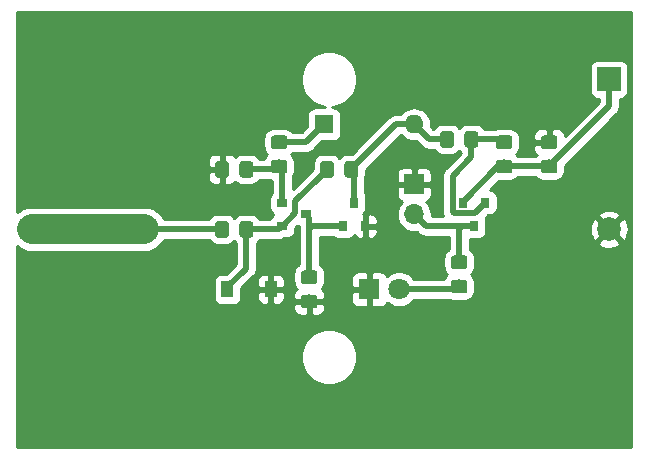
<source format=gtl>
G04 #@! TF.GenerationSoftware,KiCad,Pcbnew,(5.0.2)-1*
G04 #@! TF.CreationDate,2019-06-19T11:59:55+10:00*
G04 #@! TF.ProjectId,C-Beeper,432d4265-6570-4657-922e-6b696361645f,rev?*
G04 #@! TF.SameCoordinates,Original*
G04 #@! TF.FileFunction,Copper,L1,Top*
G04 #@! TF.FilePolarity,Positive*
%FSLAX46Y46*%
G04 Gerber Fmt 4.6, Leading zero omitted, Abs format (unit mm)*
G04 Created by KiCad (PCBNEW (5.0.2)-1) date 19/06/2019 11:59:55 AM*
%MOMM*%
%LPD*%
G01*
G04 APERTURE LIST*
G04 #@! TA.AperFunction,ComponentPad*
%ADD10R,2.000000X2.000000*%
G04 #@! TD*
G04 #@! TA.AperFunction,ComponentPad*
%ADD11C,2.000000*%
G04 #@! TD*
G04 #@! TA.AperFunction,SMDPad,CuDef*
%ADD12R,1.075000X1.400000*%
G04 #@! TD*
G04 #@! TA.AperFunction,Conductor*
%ADD13C,0.100000*%
G04 #@! TD*
G04 #@! TA.AperFunction,SMDPad,CuDef*
%ADD14C,1.150000*%
G04 #@! TD*
G04 #@! TA.AperFunction,ComponentPad*
%ADD15R,1.600000X1.600000*%
G04 #@! TD*
G04 #@! TA.AperFunction,ComponentPad*
%ADD16O,1.600000X1.600000*%
G04 #@! TD*
G04 #@! TA.AperFunction,ComponentPad*
%ADD17R,1.800000X1.800000*%
G04 #@! TD*
G04 #@! TA.AperFunction,ComponentPad*
%ADD18C,1.800000*%
G04 #@! TD*
G04 #@! TA.AperFunction,ComponentPad*
%ADD19R,1.700000X1.700000*%
G04 #@! TD*
G04 #@! TA.AperFunction,ComponentPad*
%ADD20O,1.700000X1.700000*%
G04 #@! TD*
G04 #@! TA.AperFunction,SMDPad,CuDef*
%ADD21R,0.900000X0.800000*%
G04 #@! TD*
G04 #@! TA.AperFunction,SMDPad,CuDef*
%ADD22R,0.800000X0.900000*%
G04 #@! TD*
G04 #@! TA.AperFunction,ViaPad*
%ADD23C,0.800000*%
G04 #@! TD*
G04 #@! TA.AperFunction,Conductor*
%ADD24C,0.508000*%
G04 #@! TD*
G04 #@! TA.AperFunction,Conductor*
%ADD25C,2.540000*%
G04 #@! TD*
G04 #@! TA.AperFunction,Conductor*
%ADD26C,0.254000*%
G04 #@! TD*
G04 APERTURE END LIST*
D10*
G04 #@! TO.P,BT1,1*
G04 #@! TO.N,VCC*
X193040000Y-77470000D03*
D11*
G04 #@! TO.P,BT1,2*
G04 #@! TO.N,GND*
X193040000Y-90170000D03*
G04 #@! TD*
D12*
G04 #@! TO.P,C1,1*
G04 #@! TO.N,Net-(C1-Pad1)*
X160722500Y-95250000D03*
G04 #@! TO.P,C1,2*
G04 #@! TO.N,GND*
X164397500Y-95250000D03*
G04 #@! TD*
D13*
G04 #@! TO.N,VCC*
G04 #@! TO.C,C2*
G36*
X188434505Y-84271204D02*
X188458773Y-84274804D01*
X188482572Y-84280765D01*
X188505671Y-84289030D01*
X188527850Y-84299520D01*
X188548893Y-84312132D01*
X188568599Y-84326747D01*
X188586777Y-84343223D01*
X188603253Y-84361401D01*
X188617868Y-84381107D01*
X188630480Y-84402150D01*
X188640970Y-84424329D01*
X188649235Y-84447428D01*
X188655196Y-84471227D01*
X188658796Y-84495495D01*
X188660000Y-84519999D01*
X188660000Y-85170001D01*
X188658796Y-85194505D01*
X188655196Y-85218773D01*
X188649235Y-85242572D01*
X188640970Y-85265671D01*
X188630480Y-85287850D01*
X188617868Y-85308893D01*
X188603253Y-85328599D01*
X188586777Y-85346777D01*
X188568599Y-85363253D01*
X188548893Y-85377868D01*
X188527850Y-85390480D01*
X188505671Y-85400970D01*
X188482572Y-85409235D01*
X188458773Y-85415196D01*
X188434505Y-85418796D01*
X188410001Y-85420000D01*
X187509999Y-85420000D01*
X187485495Y-85418796D01*
X187461227Y-85415196D01*
X187437428Y-85409235D01*
X187414329Y-85400970D01*
X187392150Y-85390480D01*
X187371107Y-85377868D01*
X187351401Y-85363253D01*
X187333223Y-85346777D01*
X187316747Y-85328599D01*
X187302132Y-85308893D01*
X187289520Y-85287850D01*
X187279030Y-85265671D01*
X187270765Y-85242572D01*
X187264804Y-85218773D01*
X187261204Y-85194505D01*
X187260000Y-85170001D01*
X187260000Y-84519999D01*
X187261204Y-84495495D01*
X187264804Y-84471227D01*
X187270765Y-84447428D01*
X187279030Y-84424329D01*
X187289520Y-84402150D01*
X187302132Y-84381107D01*
X187316747Y-84361401D01*
X187333223Y-84343223D01*
X187351401Y-84326747D01*
X187371107Y-84312132D01*
X187392150Y-84299520D01*
X187414329Y-84289030D01*
X187437428Y-84280765D01*
X187461227Y-84274804D01*
X187485495Y-84271204D01*
X187509999Y-84270000D01*
X188410001Y-84270000D01*
X188434505Y-84271204D01*
X188434505Y-84271204D01*
G37*
D14*
G04 #@! TD*
G04 #@! TO.P,C2,1*
G04 #@! TO.N,VCC*
X187960000Y-84845000D03*
D13*
G04 #@! TO.N,GND*
G04 #@! TO.C,C2*
G36*
X188434505Y-82221204D02*
X188458773Y-82224804D01*
X188482572Y-82230765D01*
X188505671Y-82239030D01*
X188527850Y-82249520D01*
X188548893Y-82262132D01*
X188568599Y-82276747D01*
X188586777Y-82293223D01*
X188603253Y-82311401D01*
X188617868Y-82331107D01*
X188630480Y-82352150D01*
X188640970Y-82374329D01*
X188649235Y-82397428D01*
X188655196Y-82421227D01*
X188658796Y-82445495D01*
X188660000Y-82469999D01*
X188660000Y-83120001D01*
X188658796Y-83144505D01*
X188655196Y-83168773D01*
X188649235Y-83192572D01*
X188640970Y-83215671D01*
X188630480Y-83237850D01*
X188617868Y-83258893D01*
X188603253Y-83278599D01*
X188586777Y-83296777D01*
X188568599Y-83313253D01*
X188548893Y-83327868D01*
X188527850Y-83340480D01*
X188505671Y-83350970D01*
X188482572Y-83359235D01*
X188458773Y-83365196D01*
X188434505Y-83368796D01*
X188410001Y-83370000D01*
X187509999Y-83370000D01*
X187485495Y-83368796D01*
X187461227Y-83365196D01*
X187437428Y-83359235D01*
X187414329Y-83350970D01*
X187392150Y-83340480D01*
X187371107Y-83327868D01*
X187351401Y-83313253D01*
X187333223Y-83296777D01*
X187316747Y-83278599D01*
X187302132Y-83258893D01*
X187289520Y-83237850D01*
X187279030Y-83215671D01*
X187270765Y-83192572D01*
X187264804Y-83168773D01*
X187261204Y-83144505D01*
X187260000Y-83120001D01*
X187260000Y-82469999D01*
X187261204Y-82445495D01*
X187264804Y-82421227D01*
X187270765Y-82397428D01*
X187279030Y-82374329D01*
X187289520Y-82352150D01*
X187302132Y-82331107D01*
X187316747Y-82311401D01*
X187333223Y-82293223D01*
X187351401Y-82276747D01*
X187371107Y-82262132D01*
X187392150Y-82249520D01*
X187414329Y-82239030D01*
X187437428Y-82230765D01*
X187461227Y-82224804D01*
X187485495Y-82221204D01*
X187509999Y-82220000D01*
X188410001Y-82220000D01*
X188434505Y-82221204D01*
X188434505Y-82221204D01*
G37*
D14*
G04 #@! TD*
G04 #@! TO.P,C2,2*
G04 #@! TO.N,GND*
X187960000Y-82795000D03*
D15*
G04 #@! TO.P,D1,1*
G04 #@! TO.N,Net-(D1-Pad1)*
X168910000Y-81280000D03*
D16*
G04 #@! TO.P,D1,2*
G04 #@! TO.N,Net-(D1-Pad2)*
X176530000Y-81280000D03*
G04 #@! TD*
D17*
G04 #@! TO.P,D2,1*
G04 #@! TO.N,GND*
X172720000Y-95250000D03*
D18*
G04 #@! TO.P,D2,2*
G04 #@! TO.N,Net-(D2-Pad2)*
X175260000Y-95250000D03*
G04 #@! TD*
D19*
G04 #@! TO.P,J1,1*
G04 #@! TO.N,Net-(J1-Pad1)*
X153670000Y-90170000D03*
G04 #@! TD*
G04 #@! TO.P,LS1,1*
G04 #@! TO.N,GND*
X176530000Y-86360000D03*
D20*
G04 #@! TO.P,LS1,2*
G04 #@! TO.N,Net-(LS1-Pad2)*
X176530000Y-88900000D03*
G04 #@! TD*
D21*
G04 #@! TO.P,Q1,3*
G04 #@! TO.N,Net-(Q1-Pad3)*
X167370000Y-88900000D03*
G04 #@! TO.P,Q1,2*
G04 #@! TO.N,Net-(C1-Pad1)*
X165370000Y-89850000D03*
G04 #@! TO.P,Q1,1*
G04 #@! TO.N,Net-(Q1-Pad1)*
X165370000Y-87950000D03*
G04 #@! TD*
D22*
G04 #@! TO.P,Q2,1*
G04 #@! TO.N,Net-(Q1-Pad3)*
X170500000Y-89900000D03*
G04 #@! TO.P,Q2,2*
G04 #@! TO.N,GND*
X172400000Y-89900000D03*
G04 #@! TO.P,Q2,3*
G04 #@! TO.N,Net-(D1-Pad2)*
X171450000Y-87900000D03*
G04 #@! TD*
G04 #@! TO.P,Q3,1*
G04 #@! TO.N,Net-(Q3-Pad1)*
X182560000Y-87900000D03*
G04 #@! TO.P,Q3,2*
G04 #@! TO.N,VCC*
X180660000Y-87900000D03*
G04 #@! TO.P,Q3,3*
G04 #@! TO.N,Net-(LS1-Pad2)*
X181610000Y-89900000D03*
G04 #@! TD*
D13*
G04 #@! TO.N,Net-(C1-Pad1)*
G04 #@! TO.C,R1*
G36*
X162664505Y-89471204D02*
X162688773Y-89474804D01*
X162712572Y-89480765D01*
X162735671Y-89489030D01*
X162757850Y-89499520D01*
X162778893Y-89512132D01*
X162798599Y-89526747D01*
X162816777Y-89543223D01*
X162833253Y-89561401D01*
X162847868Y-89581107D01*
X162860480Y-89602150D01*
X162870970Y-89624329D01*
X162879235Y-89647428D01*
X162885196Y-89671227D01*
X162888796Y-89695495D01*
X162890000Y-89719999D01*
X162890000Y-90620001D01*
X162888796Y-90644505D01*
X162885196Y-90668773D01*
X162879235Y-90692572D01*
X162870970Y-90715671D01*
X162860480Y-90737850D01*
X162847868Y-90758893D01*
X162833253Y-90778599D01*
X162816777Y-90796777D01*
X162798599Y-90813253D01*
X162778893Y-90827868D01*
X162757850Y-90840480D01*
X162735671Y-90850970D01*
X162712572Y-90859235D01*
X162688773Y-90865196D01*
X162664505Y-90868796D01*
X162640001Y-90870000D01*
X161989999Y-90870000D01*
X161965495Y-90868796D01*
X161941227Y-90865196D01*
X161917428Y-90859235D01*
X161894329Y-90850970D01*
X161872150Y-90840480D01*
X161851107Y-90827868D01*
X161831401Y-90813253D01*
X161813223Y-90796777D01*
X161796747Y-90778599D01*
X161782132Y-90758893D01*
X161769520Y-90737850D01*
X161759030Y-90715671D01*
X161750765Y-90692572D01*
X161744804Y-90668773D01*
X161741204Y-90644505D01*
X161740000Y-90620001D01*
X161740000Y-89719999D01*
X161741204Y-89695495D01*
X161744804Y-89671227D01*
X161750765Y-89647428D01*
X161759030Y-89624329D01*
X161769520Y-89602150D01*
X161782132Y-89581107D01*
X161796747Y-89561401D01*
X161813223Y-89543223D01*
X161831401Y-89526747D01*
X161851107Y-89512132D01*
X161872150Y-89499520D01*
X161894329Y-89489030D01*
X161917428Y-89480765D01*
X161941227Y-89474804D01*
X161965495Y-89471204D01*
X161989999Y-89470000D01*
X162640001Y-89470000D01*
X162664505Y-89471204D01*
X162664505Y-89471204D01*
G37*
D14*
G04 #@! TD*
G04 #@! TO.P,R1,1*
G04 #@! TO.N,Net-(C1-Pad1)*
X162315000Y-90170000D03*
D13*
G04 #@! TO.N,Net-(J1-Pad1)*
G04 #@! TO.C,R1*
G36*
X160614505Y-89471204D02*
X160638773Y-89474804D01*
X160662572Y-89480765D01*
X160685671Y-89489030D01*
X160707850Y-89499520D01*
X160728893Y-89512132D01*
X160748599Y-89526747D01*
X160766777Y-89543223D01*
X160783253Y-89561401D01*
X160797868Y-89581107D01*
X160810480Y-89602150D01*
X160820970Y-89624329D01*
X160829235Y-89647428D01*
X160835196Y-89671227D01*
X160838796Y-89695495D01*
X160840000Y-89719999D01*
X160840000Y-90620001D01*
X160838796Y-90644505D01*
X160835196Y-90668773D01*
X160829235Y-90692572D01*
X160820970Y-90715671D01*
X160810480Y-90737850D01*
X160797868Y-90758893D01*
X160783253Y-90778599D01*
X160766777Y-90796777D01*
X160748599Y-90813253D01*
X160728893Y-90827868D01*
X160707850Y-90840480D01*
X160685671Y-90850970D01*
X160662572Y-90859235D01*
X160638773Y-90865196D01*
X160614505Y-90868796D01*
X160590001Y-90870000D01*
X159939999Y-90870000D01*
X159915495Y-90868796D01*
X159891227Y-90865196D01*
X159867428Y-90859235D01*
X159844329Y-90850970D01*
X159822150Y-90840480D01*
X159801107Y-90827868D01*
X159781401Y-90813253D01*
X159763223Y-90796777D01*
X159746747Y-90778599D01*
X159732132Y-90758893D01*
X159719520Y-90737850D01*
X159709030Y-90715671D01*
X159700765Y-90692572D01*
X159694804Y-90668773D01*
X159691204Y-90644505D01*
X159690000Y-90620001D01*
X159690000Y-89719999D01*
X159691204Y-89695495D01*
X159694804Y-89671227D01*
X159700765Y-89647428D01*
X159709030Y-89624329D01*
X159719520Y-89602150D01*
X159732132Y-89581107D01*
X159746747Y-89561401D01*
X159763223Y-89543223D01*
X159781401Y-89526747D01*
X159801107Y-89512132D01*
X159822150Y-89499520D01*
X159844329Y-89489030D01*
X159867428Y-89480765D01*
X159891227Y-89474804D01*
X159915495Y-89471204D01*
X159939999Y-89470000D01*
X160590001Y-89470000D01*
X160614505Y-89471204D01*
X160614505Y-89471204D01*
G37*
D14*
G04 #@! TD*
G04 #@! TO.P,R1,2*
G04 #@! TO.N,Net-(J1-Pad1)*
X160265000Y-90170000D03*
D13*
G04 #@! TO.N,Net-(Q1-Pad1)*
G04 #@! TO.C,R2*
G36*
X165574505Y-84271204D02*
X165598773Y-84274804D01*
X165622572Y-84280765D01*
X165645671Y-84289030D01*
X165667850Y-84299520D01*
X165688893Y-84312132D01*
X165708599Y-84326747D01*
X165726777Y-84343223D01*
X165743253Y-84361401D01*
X165757868Y-84381107D01*
X165770480Y-84402150D01*
X165780970Y-84424329D01*
X165789235Y-84447428D01*
X165795196Y-84471227D01*
X165798796Y-84495495D01*
X165800000Y-84519999D01*
X165800000Y-85170001D01*
X165798796Y-85194505D01*
X165795196Y-85218773D01*
X165789235Y-85242572D01*
X165780970Y-85265671D01*
X165770480Y-85287850D01*
X165757868Y-85308893D01*
X165743253Y-85328599D01*
X165726777Y-85346777D01*
X165708599Y-85363253D01*
X165688893Y-85377868D01*
X165667850Y-85390480D01*
X165645671Y-85400970D01*
X165622572Y-85409235D01*
X165598773Y-85415196D01*
X165574505Y-85418796D01*
X165550001Y-85420000D01*
X164649999Y-85420000D01*
X164625495Y-85418796D01*
X164601227Y-85415196D01*
X164577428Y-85409235D01*
X164554329Y-85400970D01*
X164532150Y-85390480D01*
X164511107Y-85377868D01*
X164491401Y-85363253D01*
X164473223Y-85346777D01*
X164456747Y-85328599D01*
X164442132Y-85308893D01*
X164429520Y-85287850D01*
X164419030Y-85265671D01*
X164410765Y-85242572D01*
X164404804Y-85218773D01*
X164401204Y-85194505D01*
X164400000Y-85170001D01*
X164400000Y-84519999D01*
X164401204Y-84495495D01*
X164404804Y-84471227D01*
X164410765Y-84447428D01*
X164419030Y-84424329D01*
X164429520Y-84402150D01*
X164442132Y-84381107D01*
X164456747Y-84361401D01*
X164473223Y-84343223D01*
X164491401Y-84326747D01*
X164511107Y-84312132D01*
X164532150Y-84299520D01*
X164554329Y-84289030D01*
X164577428Y-84280765D01*
X164601227Y-84274804D01*
X164625495Y-84271204D01*
X164649999Y-84270000D01*
X165550001Y-84270000D01*
X165574505Y-84271204D01*
X165574505Y-84271204D01*
G37*
D14*
G04 #@! TD*
G04 #@! TO.P,R2,2*
G04 #@! TO.N,Net-(Q1-Pad1)*
X165100000Y-84845000D03*
D13*
G04 #@! TO.N,Net-(D1-Pad1)*
G04 #@! TO.C,R2*
G36*
X165574505Y-82221204D02*
X165598773Y-82224804D01*
X165622572Y-82230765D01*
X165645671Y-82239030D01*
X165667850Y-82249520D01*
X165688893Y-82262132D01*
X165708599Y-82276747D01*
X165726777Y-82293223D01*
X165743253Y-82311401D01*
X165757868Y-82331107D01*
X165770480Y-82352150D01*
X165780970Y-82374329D01*
X165789235Y-82397428D01*
X165795196Y-82421227D01*
X165798796Y-82445495D01*
X165800000Y-82469999D01*
X165800000Y-83120001D01*
X165798796Y-83144505D01*
X165795196Y-83168773D01*
X165789235Y-83192572D01*
X165780970Y-83215671D01*
X165770480Y-83237850D01*
X165757868Y-83258893D01*
X165743253Y-83278599D01*
X165726777Y-83296777D01*
X165708599Y-83313253D01*
X165688893Y-83327868D01*
X165667850Y-83340480D01*
X165645671Y-83350970D01*
X165622572Y-83359235D01*
X165598773Y-83365196D01*
X165574505Y-83368796D01*
X165550001Y-83370000D01*
X164649999Y-83370000D01*
X164625495Y-83368796D01*
X164601227Y-83365196D01*
X164577428Y-83359235D01*
X164554329Y-83350970D01*
X164532150Y-83340480D01*
X164511107Y-83327868D01*
X164491401Y-83313253D01*
X164473223Y-83296777D01*
X164456747Y-83278599D01*
X164442132Y-83258893D01*
X164429520Y-83237850D01*
X164419030Y-83215671D01*
X164410765Y-83192572D01*
X164404804Y-83168773D01*
X164401204Y-83144505D01*
X164400000Y-83120001D01*
X164400000Y-82469999D01*
X164401204Y-82445495D01*
X164404804Y-82421227D01*
X164410765Y-82397428D01*
X164419030Y-82374329D01*
X164429520Y-82352150D01*
X164442132Y-82331107D01*
X164456747Y-82311401D01*
X164473223Y-82293223D01*
X164491401Y-82276747D01*
X164511107Y-82262132D01*
X164532150Y-82249520D01*
X164554329Y-82239030D01*
X164577428Y-82230765D01*
X164601227Y-82224804D01*
X164625495Y-82221204D01*
X164649999Y-82220000D01*
X165550001Y-82220000D01*
X165574505Y-82221204D01*
X165574505Y-82221204D01*
G37*
D14*
G04 #@! TD*
G04 #@! TO.P,R2,1*
G04 #@! TO.N,Net-(D1-Pad1)*
X165100000Y-82795000D03*
D13*
G04 #@! TO.N,Net-(Q1-Pad1)*
G04 #@! TO.C,R3*
G36*
X162664505Y-84391204D02*
X162688773Y-84394804D01*
X162712572Y-84400765D01*
X162735671Y-84409030D01*
X162757850Y-84419520D01*
X162778893Y-84432132D01*
X162798599Y-84446747D01*
X162816777Y-84463223D01*
X162833253Y-84481401D01*
X162847868Y-84501107D01*
X162860480Y-84522150D01*
X162870970Y-84544329D01*
X162879235Y-84567428D01*
X162885196Y-84591227D01*
X162888796Y-84615495D01*
X162890000Y-84639999D01*
X162890000Y-85540001D01*
X162888796Y-85564505D01*
X162885196Y-85588773D01*
X162879235Y-85612572D01*
X162870970Y-85635671D01*
X162860480Y-85657850D01*
X162847868Y-85678893D01*
X162833253Y-85698599D01*
X162816777Y-85716777D01*
X162798599Y-85733253D01*
X162778893Y-85747868D01*
X162757850Y-85760480D01*
X162735671Y-85770970D01*
X162712572Y-85779235D01*
X162688773Y-85785196D01*
X162664505Y-85788796D01*
X162640001Y-85790000D01*
X161989999Y-85790000D01*
X161965495Y-85788796D01*
X161941227Y-85785196D01*
X161917428Y-85779235D01*
X161894329Y-85770970D01*
X161872150Y-85760480D01*
X161851107Y-85747868D01*
X161831401Y-85733253D01*
X161813223Y-85716777D01*
X161796747Y-85698599D01*
X161782132Y-85678893D01*
X161769520Y-85657850D01*
X161759030Y-85635671D01*
X161750765Y-85612572D01*
X161744804Y-85588773D01*
X161741204Y-85564505D01*
X161740000Y-85540001D01*
X161740000Y-84639999D01*
X161741204Y-84615495D01*
X161744804Y-84591227D01*
X161750765Y-84567428D01*
X161759030Y-84544329D01*
X161769520Y-84522150D01*
X161782132Y-84501107D01*
X161796747Y-84481401D01*
X161813223Y-84463223D01*
X161831401Y-84446747D01*
X161851107Y-84432132D01*
X161872150Y-84419520D01*
X161894329Y-84409030D01*
X161917428Y-84400765D01*
X161941227Y-84394804D01*
X161965495Y-84391204D01*
X161989999Y-84390000D01*
X162640001Y-84390000D01*
X162664505Y-84391204D01*
X162664505Y-84391204D01*
G37*
D14*
G04 #@! TD*
G04 #@! TO.P,R3,1*
G04 #@! TO.N,Net-(Q1-Pad1)*
X162315000Y-85090000D03*
D13*
G04 #@! TO.N,GND*
G04 #@! TO.C,R3*
G36*
X160614505Y-84391204D02*
X160638773Y-84394804D01*
X160662572Y-84400765D01*
X160685671Y-84409030D01*
X160707850Y-84419520D01*
X160728893Y-84432132D01*
X160748599Y-84446747D01*
X160766777Y-84463223D01*
X160783253Y-84481401D01*
X160797868Y-84501107D01*
X160810480Y-84522150D01*
X160820970Y-84544329D01*
X160829235Y-84567428D01*
X160835196Y-84591227D01*
X160838796Y-84615495D01*
X160840000Y-84639999D01*
X160840000Y-85540001D01*
X160838796Y-85564505D01*
X160835196Y-85588773D01*
X160829235Y-85612572D01*
X160820970Y-85635671D01*
X160810480Y-85657850D01*
X160797868Y-85678893D01*
X160783253Y-85698599D01*
X160766777Y-85716777D01*
X160748599Y-85733253D01*
X160728893Y-85747868D01*
X160707850Y-85760480D01*
X160685671Y-85770970D01*
X160662572Y-85779235D01*
X160638773Y-85785196D01*
X160614505Y-85788796D01*
X160590001Y-85790000D01*
X159939999Y-85790000D01*
X159915495Y-85788796D01*
X159891227Y-85785196D01*
X159867428Y-85779235D01*
X159844329Y-85770970D01*
X159822150Y-85760480D01*
X159801107Y-85747868D01*
X159781401Y-85733253D01*
X159763223Y-85716777D01*
X159746747Y-85698599D01*
X159732132Y-85678893D01*
X159719520Y-85657850D01*
X159709030Y-85635671D01*
X159700765Y-85612572D01*
X159694804Y-85588773D01*
X159691204Y-85564505D01*
X159690000Y-85540001D01*
X159690000Y-84639999D01*
X159691204Y-84615495D01*
X159694804Y-84591227D01*
X159700765Y-84567428D01*
X159709030Y-84544329D01*
X159719520Y-84522150D01*
X159732132Y-84501107D01*
X159746747Y-84481401D01*
X159763223Y-84463223D01*
X159781401Y-84446747D01*
X159801107Y-84432132D01*
X159822150Y-84419520D01*
X159844329Y-84409030D01*
X159867428Y-84400765D01*
X159891227Y-84394804D01*
X159915495Y-84391204D01*
X159939999Y-84390000D01*
X160590001Y-84390000D01*
X160614505Y-84391204D01*
X160614505Y-84391204D01*
G37*
D14*
G04 #@! TD*
G04 #@! TO.P,R3,2*
G04 #@! TO.N,GND*
X160265000Y-85090000D03*
D13*
G04 #@! TO.N,Net-(C1-Pad1)*
G04 #@! TO.C,R4*
G36*
X169504505Y-84391204D02*
X169528773Y-84394804D01*
X169552572Y-84400765D01*
X169575671Y-84409030D01*
X169597850Y-84419520D01*
X169618893Y-84432132D01*
X169638599Y-84446747D01*
X169656777Y-84463223D01*
X169673253Y-84481401D01*
X169687868Y-84501107D01*
X169700480Y-84522150D01*
X169710970Y-84544329D01*
X169719235Y-84567428D01*
X169725196Y-84591227D01*
X169728796Y-84615495D01*
X169730000Y-84639999D01*
X169730000Y-85540001D01*
X169728796Y-85564505D01*
X169725196Y-85588773D01*
X169719235Y-85612572D01*
X169710970Y-85635671D01*
X169700480Y-85657850D01*
X169687868Y-85678893D01*
X169673253Y-85698599D01*
X169656777Y-85716777D01*
X169638599Y-85733253D01*
X169618893Y-85747868D01*
X169597850Y-85760480D01*
X169575671Y-85770970D01*
X169552572Y-85779235D01*
X169528773Y-85785196D01*
X169504505Y-85788796D01*
X169480001Y-85790000D01*
X168829999Y-85790000D01*
X168805495Y-85788796D01*
X168781227Y-85785196D01*
X168757428Y-85779235D01*
X168734329Y-85770970D01*
X168712150Y-85760480D01*
X168691107Y-85747868D01*
X168671401Y-85733253D01*
X168653223Y-85716777D01*
X168636747Y-85698599D01*
X168622132Y-85678893D01*
X168609520Y-85657850D01*
X168599030Y-85635671D01*
X168590765Y-85612572D01*
X168584804Y-85588773D01*
X168581204Y-85564505D01*
X168580000Y-85540001D01*
X168580000Y-84639999D01*
X168581204Y-84615495D01*
X168584804Y-84591227D01*
X168590765Y-84567428D01*
X168599030Y-84544329D01*
X168609520Y-84522150D01*
X168622132Y-84501107D01*
X168636747Y-84481401D01*
X168653223Y-84463223D01*
X168671401Y-84446747D01*
X168691107Y-84432132D01*
X168712150Y-84419520D01*
X168734329Y-84409030D01*
X168757428Y-84400765D01*
X168781227Y-84394804D01*
X168805495Y-84391204D01*
X168829999Y-84390000D01*
X169480001Y-84390000D01*
X169504505Y-84391204D01*
X169504505Y-84391204D01*
G37*
D14*
G04 #@! TD*
G04 #@! TO.P,R4,2*
G04 #@! TO.N,Net-(C1-Pad1)*
X169155000Y-85090000D03*
D13*
G04 #@! TO.N,Net-(D1-Pad2)*
G04 #@! TO.C,R4*
G36*
X171554505Y-84391204D02*
X171578773Y-84394804D01*
X171602572Y-84400765D01*
X171625671Y-84409030D01*
X171647850Y-84419520D01*
X171668893Y-84432132D01*
X171688599Y-84446747D01*
X171706777Y-84463223D01*
X171723253Y-84481401D01*
X171737868Y-84501107D01*
X171750480Y-84522150D01*
X171760970Y-84544329D01*
X171769235Y-84567428D01*
X171775196Y-84591227D01*
X171778796Y-84615495D01*
X171780000Y-84639999D01*
X171780000Y-85540001D01*
X171778796Y-85564505D01*
X171775196Y-85588773D01*
X171769235Y-85612572D01*
X171760970Y-85635671D01*
X171750480Y-85657850D01*
X171737868Y-85678893D01*
X171723253Y-85698599D01*
X171706777Y-85716777D01*
X171688599Y-85733253D01*
X171668893Y-85747868D01*
X171647850Y-85760480D01*
X171625671Y-85770970D01*
X171602572Y-85779235D01*
X171578773Y-85785196D01*
X171554505Y-85788796D01*
X171530001Y-85790000D01*
X170879999Y-85790000D01*
X170855495Y-85788796D01*
X170831227Y-85785196D01*
X170807428Y-85779235D01*
X170784329Y-85770970D01*
X170762150Y-85760480D01*
X170741107Y-85747868D01*
X170721401Y-85733253D01*
X170703223Y-85716777D01*
X170686747Y-85698599D01*
X170672132Y-85678893D01*
X170659520Y-85657850D01*
X170649030Y-85635671D01*
X170640765Y-85612572D01*
X170634804Y-85588773D01*
X170631204Y-85564505D01*
X170630000Y-85540001D01*
X170630000Y-84639999D01*
X170631204Y-84615495D01*
X170634804Y-84591227D01*
X170640765Y-84567428D01*
X170649030Y-84544329D01*
X170659520Y-84522150D01*
X170672132Y-84501107D01*
X170686747Y-84481401D01*
X170703223Y-84463223D01*
X170721401Y-84446747D01*
X170741107Y-84432132D01*
X170762150Y-84419520D01*
X170784329Y-84409030D01*
X170807428Y-84400765D01*
X170831227Y-84394804D01*
X170855495Y-84391204D01*
X170879999Y-84390000D01*
X171530001Y-84390000D01*
X171554505Y-84391204D01*
X171554505Y-84391204D01*
G37*
D14*
G04 #@! TD*
G04 #@! TO.P,R4,1*
G04 #@! TO.N,Net-(D1-Pad2)*
X171205000Y-85090000D03*
D13*
G04 #@! TO.N,Net-(Q1-Pad3)*
G04 #@! TO.C,R5*
G36*
X168114505Y-93651204D02*
X168138773Y-93654804D01*
X168162572Y-93660765D01*
X168185671Y-93669030D01*
X168207850Y-93679520D01*
X168228893Y-93692132D01*
X168248599Y-93706747D01*
X168266777Y-93723223D01*
X168283253Y-93741401D01*
X168297868Y-93761107D01*
X168310480Y-93782150D01*
X168320970Y-93804329D01*
X168329235Y-93827428D01*
X168335196Y-93851227D01*
X168338796Y-93875495D01*
X168340000Y-93899999D01*
X168340000Y-94550001D01*
X168338796Y-94574505D01*
X168335196Y-94598773D01*
X168329235Y-94622572D01*
X168320970Y-94645671D01*
X168310480Y-94667850D01*
X168297868Y-94688893D01*
X168283253Y-94708599D01*
X168266777Y-94726777D01*
X168248599Y-94743253D01*
X168228893Y-94757868D01*
X168207850Y-94770480D01*
X168185671Y-94780970D01*
X168162572Y-94789235D01*
X168138773Y-94795196D01*
X168114505Y-94798796D01*
X168090001Y-94800000D01*
X167189999Y-94800000D01*
X167165495Y-94798796D01*
X167141227Y-94795196D01*
X167117428Y-94789235D01*
X167094329Y-94780970D01*
X167072150Y-94770480D01*
X167051107Y-94757868D01*
X167031401Y-94743253D01*
X167013223Y-94726777D01*
X166996747Y-94708599D01*
X166982132Y-94688893D01*
X166969520Y-94667850D01*
X166959030Y-94645671D01*
X166950765Y-94622572D01*
X166944804Y-94598773D01*
X166941204Y-94574505D01*
X166940000Y-94550001D01*
X166940000Y-93899999D01*
X166941204Y-93875495D01*
X166944804Y-93851227D01*
X166950765Y-93827428D01*
X166959030Y-93804329D01*
X166969520Y-93782150D01*
X166982132Y-93761107D01*
X166996747Y-93741401D01*
X167013223Y-93723223D01*
X167031401Y-93706747D01*
X167051107Y-93692132D01*
X167072150Y-93679520D01*
X167094329Y-93669030D01*
X167117428Y-93660765D01*
X167141227Y-93654804D01*
X167165495Y-93651204D01*
X167189999Y-93650000D01*
X168090001Y-93650000D01*
X168114505Y-93651204D01*
X168114505Y-93651204D01*
G37*
D14*
G04 #@! TD*
G04 #@! TO.P,R5,1*
G04 #@! TO.N,Net-(Q1-Pad3)*
X167640000Y-94225000D03*
D13*
G04 #@! TO.N,GND*
G04 #@! TO.C,R5*
G36*
X168114505Y-95701204D02*
X168138773Y-95704804D01*
X168162572Y-95710765D01*
X168185671Y-95719030D01*
X168207850Y-95729520D01*
X168228893Y-95742132D01*
X168248599Y-95756747D01*
X168266777Y-95773223D01*
X168283253Y-95791401D01*
X168297868Y-95811107D01*
X168310480Y-95832150D01*
X168320970Y-95854329D01*
X168329235Y-95877428D01*
X168335196Y-95901227D01*
X168338796Y-95925495D01*
X168340000Y-95949999D01*
X168340000Y-96600001D01*
X168338796Y-96624505D01*
X168335196Y-96648773D01*
X168329235Y-96672572D01*
X168320970Y-96695671D01*
X168310480Y-96717850D01*
X168297868Y-96738893D01*
X168283253Y-96758599D01*
X168266777Y-96776777D01*
X168248599Y-96793253D01*
X168228893Y-96807868D01*
X168207850Y-96820480D01*
X168185671Y-96830970D01*
X168162572Y-96839235D01*
X168138773Y-96845196D01*
X168114505Y-96848796D01*
X168090001Y-96850000D01*
X167189999Y-96850000D01*
X167165495Y-96848796D01*
X167141227Y-96845196D01*
X167117428Y-96839235D01*
X167094329Y-96830970D01*
X167072150Y-96820480D01*
X167051107Y-96807868D01*
X167031401Y-96793253D01*
X167013223Y-96776777D01*
X166996747Y-96758599D01*
X166982132Y-96738893D01*
X166969520Y-96717850D01*
X166959030Y-96695671D01*
X166950765Y-96672572D01*
X166944804Y-96648773D01*
X166941204Y-96624505D01*
X166940000Y-96600001D01*
X166940000Y-95949999D01*
X166941204Y-95925495D01*
X166944804Y-95901227D01*
X166950765Y-95877428D01*
X166959030Y-95854329D01*
X166969520Y-95832150D01*
X166982132Y-95811107D01*
X166996747Y-95791401D01*
X167013223Y-95773223D01*
X167031401Y-95756747D01*
X167051107Y-95742132D01*
X167072150Y-95729520D01*
X167094329Y-95719030D01*
X167117428Y-95710765D01*
X167141227Y-95704804D01*
X167165495Y-95701204D01*
X167189999Y-95700000D01*
X168090001Y-95700000D01*
X168114505Y-95701204D01*
X168114505Y-95701204D01*
G37*
D14*
G04 #@! TD*
G04 #@! TO.P,R5,2*
G04 #@! TO.N,GND*
X167640000Y-96275000D03*
D13*
G04 #@! TO.N,Net-(D1-Pad2)*
G04 #@! TO.C,R6*
G36*
X179664505Y-81851204D02*
X179688773Y-81854804D01*
X179712572Y-81860765D01*
X179735671Y-81869030D01*
X179757850Y-81879520D01*
X179778893Y-81892132D01*
X179798599Y-81906747D01*
X179816777Y-81923223D01*
X179833253Y-81941401D01*
X179847868Y-81961107D01*
X179860480Y-81982150D01*
X179870970Y-82004329D01*
X179879235Y-82027428D01*
X179885196Y-82051227D01*
X179888796Y-82075495D01*
X179890000Y-82099999D01*
X179890000Y-83000001D01*
X179888796Y-83024505D01*
X179885196Y-83048773D01*
X179879235Y-83072572D01*
X179870970Y-83095671D01*
X179860480Y-83117850D01*
X179847868Y-83138893D01*
X179833253Y-83158599D01*
X179816777Y-83176777D01*
X179798599Y-83193253D01*
X179778893Y-83207868D01*
X179757850Y-83220480D01*
X179735671Y-83230970D01*
X179712572Y-83239235D01*
X179688773Y-83245196D01*
X179664505Y-83248796D01*
X179640001Y-83250000D01*
X178989999Y-83250000D01*
X178965495Y-83248796D01*
X178941227Y-83245196D01*
X178917428Y-83239235D01*
X178894329Y-83230970D01*
X178872150Y-83220480D01*
X178851107Y-83207868D01*
X178831401Y-83193253D01*
X178813223Y-83176777D01*
X178796747Y-83158599D01*
X178782132Y-83138893D01*
X178769520Y-83117850D01*
X178759030Y-83095671D01*
X178750765Y-83072572D01*
X178744804Y-83048773D01*
X178741204Y-83024505D01*
X178740000Y-83000001D01*
X178740000Y-82099999D01*
X178741204Y-82075495D01*
X178744804Y-82051227D01*
X178750765Y-82027428D01*
X178759030Y-82004329D01*
X178769520Y-81982150D01*
X178782132Y-81961107D01*
X178796747Y-81941401D01*
X178813223Y-81923223D01*
X178831401Y-81906747D01*
X178851107Y-81892132D01*
X178872150Y-81879520D01*
X178894329Y-81869030D01*
X178917428Y-81860765D01*
X178941227Y-81854804D01*
X178965495Y-81851204D01*
X178989999Y-81850000D01*
X179640001Y-81850000D01*
X179664505Y-81851204D01*
X179664505Y-81851204D01*
G37*
D14*
G04 #@! TD*
G04 #@! TO.P,R6,2*
G04 #@! TO.N,Net-(D1-Pad2)*
X179315000Y-82550000D03*
D13*
G04 #@! TO.N,Net-(Q3-Pad1)*
G04 #@! TO.C,R6*
G36*
X181714505Y-81851204D02*
X181738773Y-81854804D01*
X181762572Y-81860765D01*
X181785671Y-81869030D01*
X181807850Y-81879520D01*
X181828893Y-81892132D01*
X181848599Y-81906747D01*
X181866777Y-81923223D01*
X181883253Y-81941401D01*
X181897868Y-81961107D01*
X181910480Y-81982150D01*
X181920970Y-82004329D01*
X181929235Y-82027428D01*
X181935196Y-82051227D01*
X181938796Y-82075495D01*
X181940000Y-82099999D01*
X181940000Y-83000001D01*
X181938796Y-83024505D01*
X181935196Y-83048773D01*
X181929235Y-83072572D01*
X181920970Y-83095671D01*
X181910480Y-83117850D01*
X181897868Y-83138893D01*
X181883253Y-83158599D01*
X181866777Y-83176777D01*
X181848599Y-83193253D01*
X181828893Y-83207868D01*
X181807850Y-83220480D01*
X181785671Y-83230970D01*
X181762572Y-83239235D01*
X181738773Y-83245196D01*
X181714505Y-83248796D01*
X181690001Y-83250000D01*
X181039999Y-83250000D01*
X181015495Y-83248796D01*
X180991227Y-83245196D01*
X180967428Y-83239235D01*
X180944329Y-83230970D01*
X180922150Y-83220480D01*
X180901107Y-83207868D01*
X180881401Y-83193253D01*
X180863223Y-83176777D01*
X180846747Y-83158599D01*
X180832132Y-83138893D01*
X180819520Y-83117850D01*
X180809030Y-83095671D01*
X180800765Y-83072572D01*
X180794804Y-83048773D01*
X180791204Y-83024505D01*
X180790000Y-83000001D01*
X180790000Y-82099999D01*
X180791204Y-82075495D01*
X180794804Y-82051227D01*
X180800765Y-82027428D01*
X180809030Y-82004329D01*
X180819520Y-81982150D01*
X180832132Y-81961107D01*
X180846747Y-81941401D01*
X180863223Y-81923223D01*
X180881401Y-81906747D01*
X180901107Y-81892132D01*
X180922150Y-81879520D01*
X180944329Y-81869030D01*
X180967428Y-81860765D01*
X180991227Y-81854804D01*
X181015495Y-81851204D01*
X181039999Y-81850000D01*
X181690001Y-81850000D01*
X181714505Y-81851204D01*
X181714505Y-81851204D01*
G37*
D14*
G04 #@! TD*
G04 #@! TO.P,R6,1*
G04 #@! TO.N,Net-(Q3-Pad1)*
X181365000Y-82550000D03*
D13*
G04 #@! TO.N,VCC*
G04 #@! TO.C,R7*
G36*
X184624505Y-84271204D02*
X184648773Y-84274804D01*
X184672572Y-84280765D01*
X184695671Y-84289030D01*
X184717850Y-84299520D01*
X184738893Y-84312132D01*
X184758599Y-84326747D01*
X184776777Y-84343223D01*
X184793253Y-84361401D01*
X184807868Y-84381107D01*
X184820480Y-84402150D01*
X184830970Y-84424329D01*
X184839235Y-84447428D01*
X184845196Y-84471227D01*
X184848796Y-84495495D01*
X184850000Y-84519999D01*
X184850000Y-85170001D01*
X184848796Y-85194505D01*
X184845196Y-85218773D01*
X184839235Y-85242572D01*
X184830970Y-85265671D01*
X184820480Y-85287850D01*
X184807868Y-85308893D01*
X184793253Y-85328599D01*
X184776777Y-85346777D01*
X184758599Y-85363253D01*
X184738893Y-85377868D01*
X184717850Y-85390480D01*
X184695671Y-85400970D01*
X184672572Y-85409235D01*
X184648773Y-85415196D01*
X184624505Y-85418796D01*
X184600001Y-85420000D01*
X183699999Y-85420000D01*
X183675495Y-85418796D01*
X183651227Y-85415196D01*
X183627428Y-85409235D01*
X183604329Y-85400970D01*
X183582150Y-85390480D01*
X183561107Y-85377868D01*
X183541401Y-85363253D01*
X183523223Y-85346777D01*
X183506747Y-85328599D01*
X183492132Y-85308893D01*
X183479520Y-85287850D01*
X183469030Y-85265671D01*
X183460765Y-85242572D01*
X183454804Y-85218773D01*
X183451204Y-85194505D01*
X183450000Y-85170001D01*
X183450000Y-84519999D01*
X183451204Y-84495495D01*
X183454804Y-84471227D01*
X183460765Y-84447428D01*
X183469030Y-84424329D01*
X183479520Y-84402150D01*
X183492132Y-84381107D01*
X183506747Y-84361401D01*
X183523223Y-84343223D01*
X183541401Y-84326747D01*
X183561107Y-84312132D01*
X183582150Y-84299520D01*
X183604329Y-84289030D01*
X183627428Y-84280765D01*
X183651227Y-84274804D01*
X183675495Y-84271204D01*
X183699999Y-84270000D01*
X184600001Y-84270000D01*
X184624505Y-84271204D01*
X184624505Y-84271204D01*
G37*
D14*
G04 #@! TD*
G04 #@! TO.P,R7,1*
G04 #@! TO.N,VCC*
X184150000Y-84845000D03*
D13*
G04 #@! TO.N,Net-(Q3-Pad1)*
G04 #@! TO.C,R7*
G36*
X184624505Y-82221204D02*
X184648773Y-82224804D01*
X184672572Y-82230765D01*
X184695671Y-82239030D01*
X184717850Y-82249520D01*
X184738893Y-82262132D01*
X184758599Y-82276747D01*
X184776777Y-82293223D01*
X184793253Y-82311401D01*
X184807868Y-82331107D01*
X184820480Y-82352150D01*
X184830970Y-82374329D01*
X184839235Y-82397428D01*
X184845196Y-82421227D01*
X184848796Y-82445495D01*
X184850000Y-82469999D01*
X184850000Y-83120001D01*
X184848796Y-83144505D01*
X184845196Y-83168773D01*
X184839235Y-83192572D01*
X184830970Y-83215671D01*
X184820480Y-83237850D01*
X184807868Y-83258893D01*
X184793253Y-83278599D01*
X184776777Y-83296777D01*
X184758599Y-83313253D01*
X184738893Y-83327868D01*
X184717850Y-83340480D01*
X184695671Y-83350970D01*
X184672572Y-83359235D01*
X184648773Y-83365196D01*
X184624505Y-83368796D01*
X184600001Y-83370000D01*
X183699999Y-83370000D01*
X183675495Y-83368796D01*
X183651227Y-83365196D01*
X183627428Y-83359235D01*
X183604329Y-83350970D01*
X183582150Y-83340480D01*
X183561107Y-83327868D01*
X183541401Y-83313253D01*
X183523223Y-83296777D01*
X183506747Y-83278599D01*
X183492132Y-83258893D01*
X183479520Y-83237850D01*
X183469030Y-83215671D01*
X183460765Y-83192572D01*
X183454804Y-83168773D01*
X183451204Y-83144505D01*
X183450000Y-83120001D01*
X183450000Y-82469999D01*
X183451204Y-82445495D01*
X183454804Y-82421227D01*
X183460765Y-82397428D01*
X183469030Y-82374329D01*
X183479520Y-82352150D01*
X183492132Y-82331107D01*
X183506747Y-82311401D01*
X183523223Y-82293223D01*
X183541401Y-82276747D01*
X183561107Y-82262132D01*
X183582150Y-82249520D01*
X183604329Y-82239030D01*
X183627428Y-82230765D01*
X183651227Y-82224804D01*
X183675495Y-82221204D01*
X183699999Y-82220000D01*
X184600001Y-82220000D01*
X184624505Y-82221204D01*
X184624505Y-82221204D01*
G37*
D14*
G04 #@! TD*
G04 #@! TO.P,R7,2*
G04 #@! TO.N,Net-(Q3-Pad1)*
X184150000Y-82795000D03*
D13*
G04 #@! TO.N,Net-(D2-Pad2)*
G04 #@! TO.C,R8*
G36*
X180814505Y-94431204D02*
X180838773Y-94434804D01*
X180862572Y-94440765D01*
X180885671Y-94449030D01*
X180907850Y-94459520D01*
X180928893Y-94472132D01*
X180948599Y-94486747D01*
X180966777Y-94503223D01*
X180983253Y-94521401D01*
X180997868Y-94541107D01*
X181010480Y-94562150D01*
X181020970Y-94584329D01*
X181029235Y-94607428D01*
X181035196Y-94631227D01*
X181038796Y-94655495D01*
X181040000Y-94679999D01*
X181040000Y-95330001D01*
X181038796Y-95354505D01*
X181035196Y-95378773D01*
X181029235Y-95402572D01*
X181020970Y-95425671D01*
X181010480Y-95447850D01*
X180997868Y-95468893D01*
X180983253Y-95488599D01*
X180966777Y-95506777D01*
X180948599Y-95523253D01*
X180928893Y-95537868D01*
X180907850Y-95550480D01*
X180885671Y-95560970D01*
X180862572Y-95569235D01*
X180838773Y-95575196D01*
X180814505Y-95578796D01*
X180790001Y-95580000D01*
X179889999Y-95580000D01*
X179865495Y-95578796D01*
X179841227Y-95575196D01*
X179817428Y-95569235D01*
X179794329Y-95560970D01*
X179772150Y-95550480D01*
X179751107Y-95537868D01*
X179731401Y-95523253D01*
X179713223Y-95506777D01*
X179696747Y-95488599D01*
X179682132Y-95468893D01*
X179669520Y-95447850D01*
X179659030Y-95425671D01*
X179650765Y-95402572D01*
X179644804Y-95378773D01*
X179641204Y-95354505D01*
X179640000Y-95330001D01*
X179640000Y-94679999D01*
X179641204Y-94655495D01*
X179644804Y-94631227D01*
X179650765Y-94607428D01*
X179659030Y-94584329D01*
X179669520Y-94562150D01*
X179682132Y-94541107D01*
X179696747Y-94521401D01*
X179713223Y-94503223D01*
X179731401Y-94486747D01*
X179751107Y-94472132D01*
X179772150Y-94459520D01*
X179794329Y-94449030D01*
X179817428Y-94440765D01*
X179841227Y-94434804D01*
X179865495Y-94431204D01*
X179889999Y-94430000D01*
X180790001Y-94430000D01*
X180814505Y-94431204D01*
X180814505Y-94431204D01*
G37*
D14*
G04 #@! TD*
G04 #@! TO.P,R8,2*
G04 #@! TO.N,Net-(D2-Pad2)*
X180340000Y-95005000D03*
D13*
G04 #@! TO.N,Net-(LS1-Pad2)*
G04 #@! TO.C,R8*
G36*
X180814505Y-92381204D02*
X180838773Y-92384804D01*
X180862572Y-92390765D01*
X180885671Y-92399030D01*
X180907850Y-92409520D01*
X180928893Y-92422132D01*
X180948599Y-92436747D01*
X180966777Y-92453223D01*
X180983253Y-92471401D01*
X180997868Y-92491107D01*
X181010480Y-92512150D01*
X181020970Y-92534329D01*
X181029235Y-92557428D01*
X181035196Y-92581227D01*
X181038796Y-92605495D01*
X181040000Y-92629999D01*
X181040000Y-93280001D01*
X181038796Y-93304505D01*
X181035196Y-93328773D01*
X181029235Y-93352572D01*
X181020970Y-93375671D01*
X181010480Y-93397850D01*
X180997868Y-93418893D01*
X180983253Y-93438599D01*
X180966777Y-93456777D01*
X180948599Y-93473253D01*
X180928893Y-93487868D01*
X180907850Y-93500480D01*
X180885671Y-93510970D01*
X180862572Y-93519235D01*
X180838773Y-93525196D01*
X180814505Y-93528796D01*
X180790001Y-93530000D01*
X179889999Y-93530000D01*
X179865495Y-93528796D01*
X179841227Y-93525196D01*
X179817428Y-93519235D01*
X179794329Y-93510970D01*
X179772150Y-93500480D01*
X179751107Y-93487868D01*
X179731401Y-93473253D01*
X179713223Y-93456777D01*
X179696747Y-93438599D01*
X179682132Y-93418893D01*
X179669520Y-93397850D01*
X179659030Y-93375671D01*
X179650765Y-93352572D01*
X179644804Y-93328773D01*
X179641204Y-93304505D01*
X179640000Y-93280001D01*
X179640000Y-92629999D01*
X179641204Y-92605495D01*
X179644804Y-92581227D01*
X179650765Y-92557428D01*
X179659030Y-92534329D01*
X179669520Y-92512150D01*
X179682132Y-92491107D01*
X179696747Y-92471401D01*
X179713223Y-92453223D01*
X179731401Y-92436747D01*
X179751107Y-92422132D01*
X179772150Y-92409520D01*
X179794329Y-92399030D01*
X179817428Y-92390765D01*
X179841227Y-92384804D01*
X179865495Y-92381204D01*
X179889999Y-92380000D01*
X180790001Y-92380000D01*
X180814505Y-92381204D01*
X180814505Y-92381204D01*
G37*
D14*
G04 #@! TD*
G04 #@! TO.P,R8,1*
G04 #@! TO.N,Net-(LS1-Pad2)*
X180340000Y-92955000D03*
D23*
G04 #@! TO.N,GND*
X147220000Y-104440000D03*
X157380000Y-104440000D03*
X167540000Y-104440000D03*
X177700000Y-104440000D03*
X187860000Y-104440000D03*
X192940000Y-99360000D03*
X182780000Y-99360000D03*
X172620000Y-99360000D03*
X162460000Y-99360000D03*
X152300000Y-99360000D03*
X147220000Y-94280000D03*
X157380000Y-94280000D03*
X187860000Y-94280000D03*
X187860000Y-73960000D03*
X177700000Y-84120000D03*
X172620000Y-79040000D03*
X167540000Y-73960000D03*
X177700000Y-73960000D03*
X157380000Y-73960000D03*
X147220000Y-73960000D03*
X152300000Y-79040000D03*
X162460000Y-79040000D03*
X182780000Y-79040000D03*
X157380000Y-84120000D03*
X147220000Y-84120000D03*
G04 #@! TD*
D24*
G04 #@! TO.N,VCC*
X180660000Y-87850000D02*
X180660000Y-87900000D01*
X183665000Y-84845000D02*
X180660000Y-87850000D01*
X187960000Y-84845000D02*
X183665000Y-84845000D01*
X193040000Y-79765000D02*
X193040000Y-77470000D01*
X187960000Y-84845000D02*
X193040000Y-79765000D01*
G04 #@! TO.N,Net-(C1-Pad1)*
X160722500Y-95087500D02*
X160722500Y-95250000D01*
X162315000Y-93495000D02*
X160722500Y-95087500D01*
X162315000Y-90170000D02*
X162315000Y-93495000D01*
X165050000Y-90170000D02*
X165370000Y-89850000D01*
X162315000Y-90170000D02*
X165050000Y-90170000D01*
X168531628Y-85713372D02*
X169155000Y-85090000D01*
X166465999Y-87779001D02*
X168531628Y-85713372D01*
X166465999Y-88804001D02*
X166465999Y-87779001D01*
X165420000Y-89850000D02*
X166465999Y-88804001D01*
X165370000Y-89850000D02*
X165420000Y-89850000D01*
G04 #@! TO.N,Net-(D1-Pad1)*
X167395000Y-82795000D02*
X165100000Y-82795000D01*
X168910000Y-81280000D02*
X167395000Y-82795000D01*
G04 #@! TO.N,Net-(D1-Pad2)*
X177800000Y-82550000D02*
X176530000Y-81280000D01*
X179315000Y-82550000D02*
X177800000Y-82550000D01*
X171450000Y-86942000D02*
X171450000Y-87900000D01*
X171450000Y-84845000D02*
X171450000Y-86942000D01*
X175015000Y-81280000D02*
X171450000Y-84845000D01*
X176530000Y-81280000D02*
X175015000Y-81280000D01*
G04 #@! TO.N,Net-(D2-Pad2)*
X180095000Y-95250000D02*
X180340000Y-95005000D01*
X175260000Y-95250000D02*
X180095000Y-95250000D01*
G04 #@! TO.N,Net-(J1-Pad1)*
X160265000Y-90170000D02*
X153670000Y-90170000D01*
D25*
X153670000Y-90170000D02*
X144145000Y-90170000D01*
D24*
G04 #@! TO.N,Net-(LS1-Pad2)*
X176530000Y-88900000D02*
X177530000Y-89900000D01*
X180340000Y-90170000D02*
X180610000Y-89900000D01*
X180340000Y-92955000D02*
X180340000Y-90170000D01*
X177530000Y-89900000D02*
X180610000Y-89900000D01*
X180610000Y-89900000D02*
X181610000Y-89900000D01*
G04 #@! TO.N,Net-(Q1-Pad3)*
X167640000Y-89170000D02*
X167370000Y-88900000D01*
X167910000Y-89900000D02*
X167640000Y-90170000D01*
X170500000Y-89900000D02*
X167910000Y-89900000D01*
X167640000Y-94225000D02*
X167640000Y-90170000D01*
X167640000Y-90170000D02*
X167640000Y-89170000D01*
G04 #@! TO.N,Net-(Q1-Pad1)*
X164855000Y-85090000D02*
X165100000Y-84845000D01*
X162315000Y-85090000D02*
X164855000Y-85090000D01*
X165370000Y-85115000D02*
X165100000Y-84845000D01*
X165370000Y-87950000D02*
X165370000Y-85115000D01*
G04 #@! TO.N,Net-(Q3-Pad1)*
X183905000Y-82550000D02*
X184150000Y-82795000D01*
X181365000Y-82550000D02*
X183905000Y-82550000D01*
X179805999Y-88713201D02*
X179805999Y-85624001D01*
X179896799Y-88804001D02*
X179805999Y-88713201D01*
X181705999Y-88804001D02*
X179896799Y-88804001D01*
X182560000Y-87900000D02*
X182560000Y-87950000D01*
X182560000Y-87950000D02*
X181705999Y-88804001D01*
X181365000Y-84065000D02*
X181365000Y-82550000D01*
X179805999Y-85624001D02*
X181365000Y-84065000D01*
G04 #@! TD*
D26*
G04 #@! TO.N,GND*
G36*
X194920000Y-108560000D02*
X142900000Y-108560000D01*
X142900000Y-100730098D01*
X166931400Y-100730098D01*
X166931400Y-101199902D01*
X167023054Y-101660679D01*
X167202840Y-102094721D01*
X167463850Y-102485349D01*
X167796051Y-102817550D01*
X168186679Y-103078560D01*
X168620721Y-103258346D01*
X169081498Y-103350000D01*
X169551302Y-103350000D01*
X170012079Y-103258346D01*
X170446121Y-103078560D01*
X170836749Y-102817550D01*
X171168950Y-102485349D01*
X171429960Y-102094721D01*
X171609746Y-101660679D01*
X171701400Y-101199902D01*
X171701400Y-100730098D01*
X171609746Y-100269321D01*
X171429960Y-99835279D01*
X171168950Y-99444651D01*
X170836749Y-99112450D01*
X170446121Y-98851440D01*
X170012079Y-98671654D01*
X169551302Y-98580000D01*
X169081498Y-98580000D01*
X168620721Y-98671654D01*
X168186679Y-98851440D01*
X167796051Y-99112450D01*
X167463850Y-99444651D01*
X167202840Y-99835279D01*
X167023054Y-100269321D01*
X166931400Y-100730098D01*
X142900000Y-100730098D01*
X142900000Y-91612645D01*
X143081518Y-91761613D01*
X143412461Y-91938506D01*
X143771555Y-92047436D01*
X144051418Y-92075000D01*
X153763582Y-92075000D01*
X154043445Y-92047436D01*
X154402539Y-91938506D01*
X154733482Y-91761613D01*
X155023556Y-91523556D01*
X155261613Y-91233482D01*
X155354876Y-91059000D01*
X159172524Y-91059000D01*
X159201595Y-91113387D01*
X159312038Y-91247962D01*
X159446613Y-91358405D01*
X159600149Y-91440472D01*
X159766745Y-91491008D01*
X159939999Y-91508072D01*
X160590001Y-91508072D01*
X160763255Y-91491008D01*
X160929851Y-91440472D01*
X161083387Y-91358405D01*
X161217962Y-91247962D01*
X161290000Y-91160184D01*
X161362038Y-91247962D01*
X161426000Y-91300455D01*
X161426001Y-93126763D01*
X160640837Y-93911928D01*
X160185000Y-93911928D01*
X160060518Y-93924188D01*
X159940820Y-93960498D01*
X159830506Y-94019463D01*
X159733815Y-94098815D01*
X159654463Y-94195506D01*
X159595498Y-94305820D01*
X159559188Y-94425518D01*
X159546928Y-94550000D01*
X159546928Y-95950000D01*
X159559188Y-96074482D01*
X159595498Y-96194180D01*
X159654463Y-96304494D01*
X159733815Y-96401185D01*
X159830506Y-96480537D01*
X159940820Y-96539502D01*
X160060518Y-96575812D01*
X160185000Y-96588072D01*
X161260000Y-96588072D01*
X161384482Y-96575812D01*
X161504180Y-96539502D01*
X161614494Y-96480537D01*
X161711185Y-96401185D01*
X161790537Y-96304494D01*
X161849502Y-96194180D01*
X161885812Y-96074482D01*
X161898072Y-95950000D01*
X161898072Y-95535750D01*
X163225000Y-95535750D01*
X163225000Y-96012542D01*
X163249403Y-96135223D01*
X163297270Y-96250785D01*
X163366763Y-96354789D01*
X163455211Y-96443237D01*
X163559215Y-96512730D01*
X163674777Y-96560597D01*
X163797458Y-96585000D01*
X164111750Y-96585000D01*
X164270500Y-96426250D01*
X164270500Y-95377000D01*
X164524500Y-95377000D01*
X164524500Y-96426250D01*
X164683250Y-96585000D01*
X164997542Y-96585000D01*
X165119453Y-96560750D01*
X166305000Y-96560750D01*
X166305000Y-96912542D01*
X166329403Y-97035223D01*
X166377270Y-97150785D01*
X166446763Y-97254789D01*
X166535211Y-97343237D01*
X166639215Y-97412730D01*
X166754777Y-97460597D01*
X166877458Y-97485000D01*
X167354250Y-97485000D01*
X167513000Y-97326250D01*
X167513000Y-96402000D01*
X167767000Y-96402000D01*
X167767000Y-97326250D01*
X167925750Y-97485000D01*
X168402542Y-97485000D01*
X168525223Y-97460597D01*
X168640785Y-97412730D01*
X168744789Y-97343237D01*
X168833237Y-97254789D01*
X168902730Y-97150785D01*
X168950597Y-97035223D01*
X168975000Y-96912542D01*
X168975000Y-96560750D01*
X168816250Y-96402000D01*
X167767000Y-96402000D01*
X167513000Y-96402000D01*
X166463750Y-96402000D01*
X166305000Y-96560750D01*
X165119453Y-96560750D01*
X165120223Y-96560597D01*
X165235785Y-96512730D01*
X165339789Y-96443237D01*
X165428237Y-96354789D01*
X165497730Y-96250785D01*
X165545597Y-96135223D01*
X165570000Y-96012542D01*
X165570000Y-95535750D01*
X165411250Y-95377000D01*
X164524500Y-95377000D01*
X164270500Y-95377000D01*
X163383750Y-95377000D01*
X163225000Y-95535750D01*
X161898072Y-95535750D01*
X161898072Y-95169163D01*
X162579777Y-94487458D01*
X163225000Y-94487458D01*
X163225000Y-94964250D01*
X163383750Y-95123000D01*
X164270500Y-95123000D01*
X164270500Y-94073750D01*
X164524500Y-94073750D01*
X164524500Y-95123000D01*
X165411250Y-95123000D01*
X165570000Y-94964250D01*
X165570000Y-94487458D01*
X165545597Y-94364777D01*
X165497730Y-94249215D01*
X165428237Y-94145211D01*
X165339789Y-94056763D01*
X165235785Y-93987270D01*
X165120223Y-93939403D01*
X164997542Y-93915000D01*
X164683250Y-93915000D01*
X164524500Y-94073750D01*
X164270500Y-94073750D01*
X164111750Y-93915000D01*
X163797458Y-93915000D01*
X163674777Y-93939403D01*
X163559215Y-93987270D01*
X163455211Y-94056763D01*
X163366763Y-94145211D01*
X163297270Y-94249215D01*
X163249403Y-94364777D01*
X163225000Y-94487458D01*
X162579777Y-94487458D01*
X162912742Y-94154494D01*
X162946659Y-94126659D01*
X163057753Y-93991291D01*
X163140303Y-93836851D01*
X163173703Y-93726745D01*
X163191136Y-93669276D01*
X163201884Y-93560149D01*
X163204000Y-93538667D01*
X163204000Y-93538661D01*
X163208300Y-93495001D01*
X163204000Y-93451341D01*
X163204000Y-91300454D01*
X163267962Y-91247962D01*
X163378405Y-91113387D01*
X163407476Y-91059000D01*
X165006340Y-91059000D01*
X165050000Y-91063300D01*
X165093660Y-91059000D01*
X165093667Y-91059000D01*
X165224274Y-91046136D01*
X165391851Y-90995303D01*
X165546291Y-90912753D01*
X165576365Y-90888072D01*
X165820000Y-90888072D01*
X165944482Y-90875812D01*
X166064180Y-90839502D01*
X166174494Y-90780537D01*
X166271185Y-90701185D01*
X166350537Y-90604494D01*
X166409502Y-90494180D01*
X166445812Y-90374482D01*
X166458072Y-90250000D01*
X166458072Y-90069163D01*
X166651000Y-89876235D01*
X166675820Y-89889502D01*
X166751000Y-89912308D01*
X166751000Y-90126339D01*
X166746700Y-90170000D01*
X166751000Y-90213660D01*
X166751000Y-90213666D01*
X166751001Y-90213676D01*
X166751000Y-93132524D01*
X166696613Y-93161595D01*
X166562038Y-93272038D01*
X166451595Y-93406613D01*
X166369528Y-93560149D01*
X166318992Y-93726745D01*
X166301928Y-93899999D01*
X166301928Y-94550001D01*
X166318992Y-94723255D01*
X166369528Y-94889851D01*
X166451595Y-95043387D01*
X166562038Y-95177962D01*
X166569343Y-95183957D01*
X166535211Y-95206763D01*
X166446763Y-95295211D01*
X166377270Y-95399215D01*
X166329403Y-95514777D01*
X166305000Y-95637458D01*
X166305000Y-95989250D01*
X166463750Y-96148000D01*
X167513000Y-96148000D01*
X167513000Y-96128000D01*
X167767000Y-96128000D01*
X167767000Y-96148000D01*
X168816250Y-96148000D01*
X168975000Y-95989250D01*
X168975000Y-95637458D01*
X168954769Y-95535750D01*
X171185000Y-95535750D01*
X171185000Y-96212542D01*
X171209403Y-96335223D01*
X171257270Y-96450785D01*
X171326763Y-96554789D01*
X171415211Y-96643237D01*
X171519215Y-96712730D01*
X171634777Y-96760597D01*
X171757458Y-96785000D01*
X172434250Y-96785000D01*
X172593000Y-96626250D01*
X172593000Y-95377000D01*
X171343750Y-95377000D01*
X171185000Y-95535750D01*
X168954769Y-95535750D01*
X168950597Y-95514777D01*
X168902730Y-95399215D01*
X168833237Y-95295211D01*
X168744789Y-95206763D01*
X168710657Y-95183957D01*
X168717962Y-95177962D01*
X168828405Y-95043387D01*
X168910472Y-94889851D01*
X168961008Y-94723255D01*
X168978072Y-94550001D01*
X168978072Y-94287458D01*
X171185000Y-94287458D01*
X171185000Y-94964250D01*
X171343750Y-95123000D01*
X172593000Y-95123000D01*
X172593000Y-93873750D01*
X172434250Y-93715000D01*
X171757458Y-93715000D01*
X171634777Y-93739403D01*
X171519215Y-93787270D01*
X171415211Y-93856763D01*
X171326763Y-93945211D01*
X171257270Y-94049215D01*
X171209403Y-94164777D01*
X171185000Y-94287458D01*
X168978072Y-94287458D01*
X168978072Y-93899999D01*
X168961008Y-93726745D01*
X168910472Y-93560149D01*
X168828405Y-93406613D01*
X168717962Y-93272038D01*
X168583387Y-93161595D01*
X168529000Y-93132524D01*
X168529000Y-90789000D01*
X169638815Y-90789000D01*
X169648815Y-90801185D01*
X169745506Y-90880537D01*
X169855820Y-90939502D01*
X169975518Y-90975812D01*
X170100000Y-90988072D01*
X170900000Y-90988072D01*
X171024482Y-90975812D01*
X171144180Y-90939502D01*
X171254494Y-90880537D01*
X171351185Y-90801185D01*
X171430537Y-90704494D01*
X171449479Y-90669057D01*
X171506763Y-90754789D01*
X171595211Y-90843237D01*
X171699215Y-90912730D01*
X171814777Y-90960597D01*
X171937458Y-90985000D01*
X172114250Y-90985000D01*
X172273000Y-90826250D01*
X172273000Y-90027000D01*
X172527000Y-90027000D01*
X172527000Y-90826250D01*
X172685750Y-90985000D01*
X172862542Y-90985000D01*
X172985223Y-90960597D01*
X173100785Y-90912730D01*
X173204789Y-90843237D01*
X173293237Y-90754789D01*
X173362730Y-90650785D01*
X173410597Y-90535223D01*
X173435000Y-90412542D01*
X173435000Y-90185750D01*
X173276250Y-90027000D01*
X172527000Y-90027000D01*
X172273000Y-90027000D01*
X172253000Y-90027000D01*
X172253000Y-89773000D01*
X172273000Y-89773000D01*
X172273000Y-88973750D01*
X172527000Y-88973750D01*
X172527000Y-89773000D01*
X173276250Y-89773000D01*
X173435000Y-89614250D01*
X173435000Y-89387458D01*
X173410597Y-89264777D01*
X173362730Y-89149215D01*
X173293237Y-89045211D01*
X173204789Y-88956763D01*
X173100785Y-88887270D01*
X172985223Y-88839403D01*
X172862542Y-88815000D01*
X172685750Y-88815000D01*
X172527000Y-88973750D01*
X172273000Y-88973750D01*
X172188393Y-88889143D01*
X172204494Y-88880537D01*
X172301185Y-88801185D01*
X172380537Y-88704494D01*
X172439502Y-88594180D01*
X172475812Y-88474482D01*
X172488072Y-88350000D01*
X172488072Y-87450000D01*
X172475812Y-87325518D01*
X172439502Y-87205820D01*
X172380537Y-87095506D01*
X172339000Y-87044893D01*
X172339000Y-85901314D01*
X172350472Y-85879851D01*
X172401008Y-85713255D01*
X172418072Y-85540001D01*
X172418072Y-85447458D01*
X175045000Y-85447458D01*
X175045000Y-86074250D01*
X175203750Y-86233000D01*
X176403000Y-86233000D01*
X176403000Y-85033750D01*
X176657000Y-85033750D01*
X176657000Y-86233000D01*
X177856250Y-86233000D01*
X178015000Y-86074250D01*
X178015000Y-85447458D01*
X177990597Y-85324777D01*
X177942730Y-85209215D01*
X177873237Y-85105211D01*
X177784789Y-85016763D01*
X177680785Y-84947270D01*
X177565223Y-84899403D01*
X177442542Y-84875000D01*
X176815750Y-84875000D01*
X176657000Y-85033750D01*
X176403000Y-85033750D01*
X176244250Y-84875000D01*
X175617458Y-84875000D01*
X175494777Y-84899403D01*
X175379215Y-84947270D01*
X175275211Y-85016763D01*
X175186763Y-85105211D01*
X175117270Y-85209215D01*
X175069403Y-85324777D01*
X175045000Y-85447458D01*
X172418072Y-85447458D01*
X172418072Y-85134163D01*
X175383235Y-82169000D01*
X175403205Y-82169000D01*
X175510392Y-82299608D01*
X175728899Y-82478932D01*
X175978192Y-82612182D01*
X176248691Y-82694236D01*
X176459508Y-82715000D01*
X176600492Y-82715000D01*
X176698146Y-82705382D01*
X177140504Y-83147740D01*
X177168341Y-83181659D01*
X177303709Y-83292753D01*
X177458149Y-83375303D01*
X177524058Y-83395296D01*
X177625724Y-83426136D01*
X177658924Y-83429406D01*
X177756333Y-83439000D01*
X177756339Y-83439000D01*
X177799999Y-83443300D01*
X177843659Y-83439000D01*
X178222524Y-83439000D01*
X178251595Y-83493387D01*
X178362038Y-83627962D01*
X178496613Y-83738405D01*
X178650149Y-83820472D01*
X178816745Y-83871008D01*
X178989999Y-83888072D01*
X179640001Y-83888072D01*
X179813255Y-83871008D01*
X179979851Y-83820472D01*
X180133387Y-83738405D01*
X180267962Y-83627962D01*
X180340000Y-83540184D01*
X180412038Y-83627962D01*
X180476000Y-83680455D01*
X180476000Y-83696765D01*
X179208258Y-84964507D01*
X179174341Y-84992342D01*
X179146506Y-85026259D01*
X179146504Y-85026261D01*
X179063247Y-85127710D01*
X178980697Y-85282149D01*
X178929863Y-85449727D01*
X178912699Y-85624001D01*
X178917000Y-85667671D01*
X178916999Y-88669541D01*
X178912699Y-88713201D01*
X178916999Y-88756861D01*
X178916999Y-88756867D01*
X178922422Y-88811928D01*
X178929863Y-88887475D01*
X178945645Y-88939502D01*
X178967334Y-89011000D01*
X178011252Y-89011000D01*
X178022185Y-88900000D01*
X177993513Y-88608889D01*
X177908599Y-88328966D01*
X177770706Y-88070986D01*
X177585134Y-87844866D01*
X177557447Y-87822144D01*
X177565223Y-87820597D01*
X177680785Y-87772730D01*
X177784789Y-87703237D01*
X177873237Y-87614789D01*
X177942730Y-87510785D01*
X177990597Y-87395223D01*
X178015000Y-87272542D01*
X178015000Y-86645750D01*
X177856250Y-86487000D01*
X176657000Y-86487000D01*
X176657000Y-86507000D01*
X176403000Y-86507000D01*
X176403000Y-86487000D01*
X175203750Y-86487000D01*
X175045000Y-86645750D01*
X175045000Y-87272542D01*
X175069403Y-87395223D01*
X175117270Y-87510785D01*
X175186763Y-87614789D01*
X175275211Y-87703237D01*
X175379215Y-87772730D01*
X175494777Y-87820597D01*
X175502553Y-87822144D01*
X175474866Y-87844866D01*
X175289294Y-88070986D01*
X175151401Y-88328966D01*
X175066487Y-88608889D01*
X175037815Y-88900000D01*
X175066487Y-89191111D01*
X175151401Y-89471034D01*
X175289294Y-89729014D01*
X175474866Y-89955134D01*
X175700986Y-90140706D01*
X175958966Y-90278599D01*
X176238889Y-90363513D01*
X176457050Y-90385000D01*
X176602950Y-90385000D01*
X176743883Y-90371119D01*
X176870504Y-90497740D01*
X176898341Y-90531659D01*
X177033709Y-90642753D01*
X177188149Y-90725303D01*
X177285353Y-90754789D01*
X177355725Y-90776136D01*
X177530000Y-90793301D01*
X177573668Y-90789000D01*
X179451001Y-90789000D01*
X179451000Y-91862524D01*
X179396613Y-91891595D01*
X179262038Y-92002038D01*
X179151595Y-92136613D01*
X179069528Y-92290149D01*
X179018992Y-92456745D01*
X179001928Y-92629999D01*
X179001928Y-93280001D01*
X179018992Y-93453255D01*
X179069528Y-93619851D01*
X179151595Y-93773387D01*
X179262038Y-93907962D01*
X179349816Y-93980000D01*
X179262038Y-94052038D01*
X179151595Y-94186613D01*
X179069528Y-94340149D01*
X179063203Y-94361000D01*
X176512117Y-94361000D01*
X176452312Y-94271495D01*
X176238505Y-94057688D01*
X175987095Y-93889701D01*
X175707743Y-93773989D01*
X175411184Y-93715000D01*
X175108816Y-93715000D01*
X174812257Y-93773989D01*
X174532905Y-93889701D01*
X174281495Y-94057688D01*
X174214139Y-94125044D01*
X174182730Y-94049215D01*
X174113237Y-93945211D01*
X174024789Y-93856763D01*
X173920785Y-93787270D01*
X173805223Y-93739403D01*
X173682542Y-93715000D01*
X173005750Y-93715000D01*
X172847000Y-93873750D01*
X172847000Y-95123000D01*
X172867000Y-95123000D01*
X172867000Y-95377000D01*
X172847000Y-95377000D01*
X172847000Y-96626250D01*
X173005750Y-96785000D01*
X173682542Y-96785000D01*
X173805223Y-96760597D01*
X173920785Y-96712730D01*
X174024789Y-96643237D01*
X174113237Y-96554789D01*
X174182730Y-96450785D01*
X174214139Y-96374956D01*
X174281495Y-96442312D01*
X174532905Y-96610299D01*
X174812257Y-96726011D01*
X175108816Y-96785000D01*
X175411184Y-96785000D01*
X175707743Y-96726011D01*
X175987095Y-96610299D01*
X176238505Y-96442312D01*
X176452312Y-96228505D01*
X176512117Y-96139000D01*
X179528686Y-96139000D01*
X179550149Y-96150472D01*
X179716745Y-96201008D01*
X179889999Y-96218072D01*
X180790001Y-96218072D01*
X180963255Y-96201008D01*
X181129851Y-96150472D01*
X181283387Y-96068405D01*
X181417962Y-95957962D01*
X181528405Y-95823387D01*
X181610472Y-95669851D01*
X181661008Y-95503255D01*
X181678072Y-95330001D01*
X181678072Y-94679999D01*
X181661008Y-94506745D01*
X181610472Y-94340149D01*
X181528405Y-94186613D01*
X181417962Y-94052038D01*
X181330184Y-93980000D01*
X181417962Y-93907962D01*
X181528405Y-93773387D01*
X181610472Y-93619851D01*
X181661008Y-93453255D01*
X181678072Y-93280001D01*
X181678072Y-92629999D01*
X181661008Y-92456745D01*
X181610472Y-92290149D01*
X181528405Y-92136613D01*
X181417962Y-92002038D01*
X181283387Y-91891595D01*
X181229000Y-91862524D01*
X181229000Y-91305413D01*
X192084192Y-91305413D01*
X192179956Y-91569814D01*
X192469571Y-91710704D01*
X192781108Y-91792384D01*
X193102595Y-91811718D01*
X193421675Y-91767961D01*
X193726088Y-91662795D01*
X193900044Y-91569814D01*
X193995808Y-91305413D01*
X193040000Y-90349605D01*
X192084192Y-91305413D01*
X181229000Y-91305413D01*
X181229000Y-90988072D01*
X182010000Y-90988072D01*
X182134482Y-90975812D01*
X182254180Y-90939502D01*
X182364494Y-90880537D01*
X182461185Y-90801185D01*
X182540537Y-90704494D01*
X182599502Y-90594180D01*
X182635812Y-90474482D01*
X182648072Y-90350000D01*
X182648072Y-90232595D01*
X191398282Y-90232595D01*
X191442039Y-90551675D01*
X191547205Y-90856088D01*
X191640186Y-91030044D01*
X191904587Y-91125808D01*
X192860395Y-90170000D01*
X193219605Y-90170000D01*
X194175413Y-91125808D01*
X194439814Y-91030044D01*
X194580704Y-90740429D01*
X194662384Y-90428892D01*
X194681718Y-90107405D01*
X194637961Y-89788325D01*
X194532795Y-89483912D01*
X194439814Y-89309956D01*
X194175413Y-89214192D01*
X193219605Y-90170000D01*
X192860395Y-90170000D01*
X191904587Y-89214192D01*
X191640186Y-89309956D01*
X191499296Y-89599571D01*
X191417616Y-89911108D01*
X191398282Y-90232595D01*
X182648072Y-90232595D01*
X182648072Y-89450000D01*
X182635812Y-89325518D01*
X182599502Y-89205820D01*
X182586235Y-89181000D01*
X182732648Y-89034587D01*
X192084192Y-89034587D01*
X193040000Y-89990395D01*
X193995808Y-89034587D01*
X193900044Y-88770186D01*
X193610429Y-88629296D01*
X193298892Y-88547616D01*
X192977405Y-88528282D01*
X192658325Y-88572039D01*
X192353912Y-88677205D01*
X192179956Y-88770186D01*
X192084192Y-89034587D01*
X182732648Y-89034587D01*
X182779164Y-88988072D01*
X182960000Y-88988072D01*
X183084482Y-88975812D01*
X183204180Y-88939502D01*
X183314494Y-88880537D01*
X183411185Y-88801185D01*
X183490537Y-88704494D01*
X183549502Y-88594180D01*
X183585812Y-88474482D01*
X183598072Y-88350000D01*
X183598072Y-87450000D01*
X183585812Y-87325518D01*
X183549502Y-87205820D01*
X183490537Y-87095506D01*
X183411185Y-86998815D01*
X183314494Y-86919463D01*
X183204180Y-86860498D01*
X183084482Y-86824188D01*
X182960000Y-86811928D01*
X182955308Y-86811928D01*
X183709164Y-86058072D01*
X184600001Y-86058072D01*
X184773255Y-86041008D01*
X184939851Y-85990472D01*
X185093387Y-85908405D01*
X185227962Y-85797962D01*
X185280454Y-85734000D01*
X186829546Y-85734000D01*
X186882038Y-85797962D01*
X187016613Y-85908405D01*
X187170149Y-85990472D01*
X187336745Y-86041008D01*
X187509999Y-86058072D01*
X188410001Y-86058072D01*
X188583255Y-86041008D01*
X188749851Y-85990472D01*
X188903387Y-85908405D01*
X189037962Y-85797962D01*
X189148405Y-85663387D01*
X189230472Y-85509851D01*
X189281008Y-85343255D01*
X189298072Y-85170001D01*
X189298072Y-84764163D01*
X193637743Y-80424493D01*
X193671659Y-80396659D01*
X193782753Y-80261291D01*
X193865303Y-80106851D01*
X193894002Y-80012242D01*
X193916136Y-79939275D01*
X193925724Y-79841928D01*
X193929000Y-79808667D01*
X193929000Y-79808660D01*
X193933300Y-79765000D01*
X193929000Y-79721340D01*
X193929000Y-79108072D01*
X194040000Y-79108072D01*
X194164482Y-79095812D01*
X194284180Y-79059502D01*
X194394494Y-79000537D01*
X194491185Y-78921185D01*
X194570537Y-78824494D01*
X194629502Y-78714180D01*
X194665812Y-78594482D01*
X194678072Y-78470000D01*
X194678072Y-76470000D01*
X194665812Y-76345518D01*
X194629502Y-76225820D01*
X194570537Y-76115506D01*
X194491185Y-76018815D01*
X194394494Y-75939463D01*
X194284180Y-75880498D01*
X194164482Y-75844188D01*
X194040000Y-75831928D01*
X192040000Y-75831928D01*
X191915518Y-75844188D01*
X191795820Y-75880498D01*
X191685506Y-75939463D01*
X191588815Y-76018815D01*
X191509463Y-76115506D01*
X191450498Y-76225820D01*
X191414188Y-76345518D01*
X191401928Y-76470000D01*
X191401928Y-78470000D01*
X191414188Y-78594482D01*
X191450498Y-78714180D01*
X191509463Y-78824494D01*
X191588815Y-78921185D01*
X191685506Y-79000537D01*
X191795820Y-79059502D01*
X191915518Y-79095812D01*
X192040000Y-79108072D01*
X192151000Y-79108072D01*
X192151000Y-79396764D01*
X189295000Y-82252765D01*
X189295000Y-82157458D01*
X189270597Y-82034777D01*
X189222730Y-81919215D01*
X189153237Y-81815211D01*
X189064789Y-81726763D01*
X188960785Y-81657270D01*
X188845223Y-81609403D01*
X188722542Y-81585000D01*
X188245750Y-81585000D01*
X188087000Y-81743750D01*
X188087000Y-82668000D01*
X188107000Y-82668000D01*
X188107000Y-82922000D01*
X188087000Y-82922000D01*
X188087000Y-82942000D01*
X187833000Y-82942000D01*
X187833000Y-82922000D01*
X186783750Y-82922000D01*
X186625000Y-83080750D01*
X186625000Y-83432542D01*
X186649403Y-83555223D01*
X186697270Y-83670785D01*
X186766763Y-83774789D01*
X186855211Y-83863237D01*
X186889343Y-83886043D01*
X186882038Y-83892038D01*
X186829546Y-83956000D01*
X185280454Y-83956000D01*
X185227962Y-83892038D01*
X185140184Y-83820000D01*
X185227962Y-83747962D01*
X185338405Y-83613387D01*
X185420472Y-83459851D01*
X185471008Y-83293255D01*
X185488072Y-83120001D01*
X185488072Y-82469999D01*
X185471008Y-82296745D01*
X185428757Y-82157458D01*
X186625000Y-82157458D01*
X186625000Y-82509250D01*
X186783750Y-82668000D01*
X187833000Y-82668000D01*
X187833000Y-81743750D01*
X187674250Y-81585000D01*
X187197458Y-81585000D01*
X187074777Y-81609403D01*
X186959215Y-81657270D01*
X186855211Y-81726763D01*
X186766763Y-81815211D01*
X186697270Y-81919215D01*
X186649403Y-82034777D01*
X186625000Y-82157458D01*
X185428757Y-82157458D01*
X185420472Y-82130149D01*
X185338405Y-81976613D01*
X185227962Y-81842038D01*
X185093387Y-81731595D01*
X184939851Y-81649528D01*
X184773255Y-81598992D01*
X184600001Y-81581928D01*
X183699999Y-81581928D01*
X183526745Y-81598992D01*
X183360149Y-81649528D01*
X183338686Y-81661000D01*
X182457476Y-81661000D01*
X182428405Y-81606613D01*
X182317962Y-81472038D01*
X182183387Y-81361595D01*
X182029851Y-81279528D01*
X181863255Y-81228992D01*
X181690001Y-81211928D01*
X181039999Y-81211928D01*
X180866745Y-81228992D01*
X180700149Y-81279528D01*
X180546613Y-81361595D01*
X180412038Y-81472038D01*
X180340000Y-81559816D01*
X180267962Y-81472038D01*
X180133387Y-81361595D01*
X179979851Y-81279528D01*
X179813255Y-81228992D01*
X179640001Y-81211928D01*
X178989999Y-81211928D01*
X178816745Y-81228992D01*
X178650149Y-81279528D01*
X178496613Y-81361595D01*
X178362038Y-81472038D01*
X178251595Y-81606613D01*
X178222524Y-81661000D01*
X178168236Y-81661000D01*
X177955382Y-81448146D01*
X177971943Y-81280000D01*
X177944236Y-80998691D01*
X177862182Y-80728192D01*
X177728932Y-80478899D01*
X177549608Y-80260392D01*
X177331101Y-80081068D01*
X177081808Y-79947818D01*
X176811309Y-79865764D01*
X176600492Y-79845000D01*
X176459508Y-79845000D01*
X176248691Y-79865764D01*
X175978192Y-79947818D01*
X175728899Y-80081068D01*
X175510392Y-80260392D01*
X175403205Y-80391000D01*
X175058659Y-80391000D01*
X175014999Y-80386700D01*
X174971339Y-80391000D01*
X174971333Y-80391000D01*
X174873924Y-80400594D01*
X174840724Y-80403864D01*
X174739058Y-80434704D01*
X174673149Y-80454697D01*
X174518709Y-80537247D01*
X174383341Y-80648341D01*
X174355501Y-80682264D01*
X171285837Y-83751928D01*
X170879999Y-83751928D01*
X170706745Y-83768992D01*
X170540149Y-83819528D01*
X170386613Y-83901595D01*
X170252038Y-84012038D01*
X170180000Y-84099816D01*
X170107962Y-84012038D01*
X169973387Y-83901595D01*
X169819851Y-83819528D01*
X169653255Y-83768992D01*
X169480001Y-83751928D01*
X168829999Y-83751928D01*
X168656745Y-83768992D01*
X168490149Y-83819528D01*
X168336613Y-83901595D01*
X168202038Y-84012038D01*
X168091595Y-84146613D01*
X168009528Y-84300149D01*
X167958992Y-84466745D01*
X167941928Y-84639999D01*
X167941928Y-85045837D01*
X167933892Y-85053873D01*
X167933887Y-85053877D01*
X166259000Y-86728765D01*
X166259000Y-85699217D01*
X166288405Y-85663387D01*
X166370472Y-85509851D01*
X166421008Y-85343255D01*
X166438072Y-85170001D01*
X166438072Y-84519999D01*
X166421008Y-84346745D01*
X166370472Y-84180149D01*
X166288405Y-84026613D01*
X166177962Y-83892038D01*
X166090184Y-83820000D01*
X166177962Y-83747962D01*
X166230454Y-83684000D01*
X167351340Y-83684000D01*
X167395000Y-83688300D01*
X167438660Y-83684000D01*
X167438667Y-83684000D01*
X167569274Y-83671136D01*
X167736851Y-83620303D01*
X167891291Y-83537753D01*
X168026659Y-83426659D01*
X168054499Y-83392736D01*
X168729163Y-82718072D01*
X169710000Y-82718072D01*
X169834482Y-82705812D01*
X169954180Y-82669502D01*
X170064494Y-82610537D01*
X170161185Y-82531185D01*
X170240537Y-82434494D01*
X170299502Y-82324180D01*
X170335812Y-82204482D01*
X170348072Y-82080000D01*
X170348072Y-80480000D01*
X170335812Y-80355518D01*
X170299502Y-80235820D01*
X170240537Y-80125506D01*
X170161185Y-80028815D01*
X170064494Y-79949463D01*
X169954180Y-79890498D01*
X169834482Y-79854188D01*
X169710000Y-79841928D01*
X169617020Y-79841928D01*
X170012079Y-79763346D01*
X170446121Y-79583560D01*
X170836749Y-79322550D01*
X171168950Y-78990349D01*
X171429960Y-78599721D01*
X171609746Y-78165679D01*
X171701400Y-77704902D01*
X171701400Y-77235098D01*
X171609746Y-76774321D01*
X171429960Y-76340279D01*
X171168950Y-75949651D01*
X170836749Y-75617450D01*
X170446121Y-75356440D01*
X170012079Y-75176654D01*
X169551302Y-75085000D01*
X169081498Y-75085000D01*
X168620721Y-75176654D01*
X168186679Y-75356440D01*
X167796051Y-75617450D01*
X167463850Y-75949651D01*
X167202840Y-76340279D01*
X167023054Y-76774321D01*
X166931400Y-77235098D01*
X166931400Y-77704902D01*
X167023054Y-78165679D01*
X167202840Y-78599721D01*
X167463850Y-78990349D01*
X167796051Y-79322550D01*
X168186679Y-79583560D01*
X168620721Y-79763346D01*
X169015780Y-79841928D01*
X168110000Y-79841928D01*
X167985518Y-79854188D01*
X167865820Y-79890498D01*
X167755506Y-79949463D01*
X167658815Y-80028815D01*
X167579463Y-80125506D01*
X167520498Y-80235820D01*
X167484188Y-80355518D01*
X167471928Y-80480000D01*
X167471928Y-81460837D01*
X167026765Y-81906000D01*
X166230454Y-81906000D01*
X166177962Y-81842038D01*
X166043387Y-81731595D01*
X165889851Y-81649528D01*
X165723255Y-81598992D01*
X165550001Y-81581928D01*
X164649999Y-81581928D01*
X164476745Y-81598992D01*
X164310149Y-81649528D01*
X164156613Y-81731595D01*
X164022038Y-81842038D01*
X163911595Y-81976613D01*
X163829528Y-82130149D01*
X163778992Y-82296745D01*
X163761928Y-82469999D01*
X163761928Y-83120001D01*
X163778992Y-83293255D01*
X163829528Y-83459851D01*
X163911595Y-83613387D01*
X164022038Y-83747962D01*
X164109816Y-83820000D01*
X164022038Y-83892038D01*
X163911595Y-84026613D01*
X163829528Y-84180149D01*
X163823203Y-84201000D01*
X163407476Y-84201000D01*
X163378405Y-84146613D01*
X163267962Y-84012038D01*
X163133387Y-83901595D01*
X162979851Y-83819528D01*
X162813255Y-83768992D01*
X162640001Y-83751928D01*
X161989999Y-83751928D01*
X161816745Y-83768992D01*
X161650149Y-83819528D01*
X161496613Y-83901595D01*
X161362038Y-84012038D01*
X161356043Y-84019343D01*
X161333237Y-83985211D01*
X161244789Y-83896763D01*
X161140785Y-83827270D01*
X161025223Y-83779403D01*
X160902542Y-83755000D01*
X160550750Y-83755000D01*
X160392000Y-83913750D01*
X160392000Y-84963000D01*
X160412000Y-84963000D01*
X160412000Y-85217000D01*
X160392000Y-85217000D01*
X160392000Y-86266250D01*
X160550750Y-86425000D01*
X160902542Y-86425000D01*
X161025223Y-86400597D01*
X161140785Y-86352730D01*
X161244789Y-86283237D01*
X161333237Y-86194789D01*
X161356043Y-86160657D01*
X161362038Y-86167962D01*
X161496613Y-86278405D01*
X161650149Y-86360472D01*
X161816745Y-86411008D01*
X161989999Y-86428072D01*
X162640001Y-86428072D01*
X162813255Y-86411008D01*
X162979851Y-86360472D01*
X163133387Y-86278405D01*
X163267962Y-86167962D01*
X163378405Y-86033387D01*
X163407476Y-85979000D01*
X164288686Y-85979000D01*
X164310149Y-85990472D01*
X164476745Y-86041008D01*
X164481001Y-86041427D01*
X164481000Y-87088815D01*
X164468815Y-87098815D01*
X164389463Y-87195506D01*
X164330498Y-87305820D01*
X164294188Y-87425518D01*
X164281928Y-87550000D01*
X164281928Y-88350000D01*
X164294188Y-88474482D01*
X164330498Y-88594180D01*
X164389463Y-88704494D01*
X164468815Y-88801185D01*
X164565506Y-88880537D01*
X164601918Y-88900000D01*
X164565506Y-88919463D01*
X164468815Y-88998815D01*
X164389463Y-89095506D01*
X164330498Y-89205820D01*
X164307692Y-89281000D01*
X163407476Y-89281000D01*
X163378405Y-89226613D01*
X163267962Y-89092038D01*
X163133387Y-88981595D01*
X162979851Y-88899528D01*
X162813255Y-88848992D01*
X162640001Y-88831928D01*
X161989999Y-88831928D01*
X161816745Y-88848992D01*
X161650149Y-88899528D01*
X161496613Y-88981595D01*
X161362038Y-89092038D01*
X161290000Y-89179816D01*
X161217962Y-89092038D01*
X161083387Y-88981595D01*
X160929851Y-88899528D01*
X160763255Y-88848992D01*
X160590001Y-88831928D01*
X159939999Y-88831928D01*
X159766745Y-88848992D01*
X159600149Y-88899528D01*
X159446613Y-88981595D01*
X159312038Y-89092038D01*
X159201595Y-89226613D01*
X159172524Y-89281000D01*
X155354876Y-89281000D01*
X155261613Y-89106518D01*
X155023556Y-88816444D01*
X154733482Y-88578387D01*
X154402539Y-88401494D01*
X154043445Y-88292564D01*
X153763582Y-88265000D01*
X144051418Y-88265000D01*
X143771555Y-88292564D01*
X143412461Y-88401494D01*
X143081518Y-88578387D01*
X142900000Y-88727355D01*
X142900000Y-85375750D01*
X159055000Y-85375750D01*
X159055000Y-85852542D01*
X159079403Y-85975223D01*
X159127270Y-86090785D01*
X159196763Y-86194789D01*
X159285211Y-86283237D01*
X159389215Y-86352730D01*
X159504777Y-86400597D01*
X159627458Y-86425000D01*
X159979250Y-86425000D01*
X160138000Y-86266250D01*
X160138000Y-85217000D01*
X159213750Y-85217000D01*
X159055000Y-85375750D01*
X142900000Y-85375750D01*
X142900000Y-84327458D01*
X159055000Y-84327458D01*
X159055000Y-84804250D01*
X159213750Y-84963000D01*
X160138000Y-84963000D01*
X160138000Y-83913750D01*
X159979250Y-83755000D01*
X159627458Y-83755000D01*
X159504777Y-83779403D01*
X159389215Y-83827270D01*
X159285211Y-83896763D01*
X159196763Y-83985211D01*
X159127270Y-84089215D01*
X159079403Y-84204777D01*
X159055000Y-84327458D01*
X142900000Y-84327458D01*
X142900000Y-71780000D01*
X194920001Y-71780000D01*
X194920000Y-108560000D01*
X194920000Y-108560000D01*
G37*
X194920000Y-108560000D02*
X142900000Y-108560000D01*
X142900000Y-100730098D01*
X166931400Y-100730098D01*
X166931400Y-101199902D01*
X167023054Y-101660679D01*
X167202840Y-102094721D01*
X167463850Y-102485349D01*
X167796051Y-102817550D01*
X168186679Y-103078560D01*
X168620721Y-103258346D01*
X169081498Y-103350000D01*
X169551302Y-103350000D01*
X170012079Y-103258346D01*
X170446121Y-103078560D01*
X170836749Y-102817550D01*
X171168950Y-102485349D01*
X171429960Y-102094721D01*
X171609746Y-101660679D01*
X171701400Y-101199902D01*
X171701400Y-100730098D01*
X171609746Y-100269321D01*
X171429960Y-99835279D01*
X171168950Y-99444651D01*
X170836749Y-99112450D01*
X170446121Y-98851440D01*
X170012079Y-98671654D01*
X169551302Y-98580000D01*
X169081498Y-98580000D01*
X168620721Y-98671654D01*
X168186679Y-98851440D01*
X167796051Y-99112450D01*
X167463850Y-99444651D01*
X167202840Y-99835279D01*
X167023054Y-100269321D01*
X166931400Y-100730098D01*
X142900000Y-100730098D01*
X142900000Y-91612645D01*
X143081518Y-91761613D01*
X143412461Y-91938506D01*
X143771555Y-92047436D01*
X144051418Y-92075000D01*
X153763582Y-92075000D01*
X154043445Y-92047436D01*
X154402539Y-91938506D01*
X154733482Y-91761613D01*
X155023556Y-91523556D01*
X155261613Y-91233482D01*
X155354876Y-91059000D01*
X159172524Y-91059000D01*
X159201595Y-91113387D01*
X159312038Y-91247962D01*
X159446613Y-91358405D01*
X159600149Y-91440472D01*
X159766745Y-91491008D01*
X159939999Y-91508072D01*
X160590001Y-91508072D01*
X160763255Y-91491008D01*
X160929851Y-91440472D01*
X161083387Y-91358405D01*
X161217962Y-91247962D01*
X161290000Y-91160184D01*
X161362038Y-91247962D01*
X161426000Y-91300455D01*
X161426001Y-93126763D01*
X160640837Y-93911928D01*
X160185000Y-93911928D01*
X160060518Y-93924188D01*
X159940820Y-93960498D01*
X159830506Y-94019463D01*
X159733815Y-94098815D01*
X159654463Y-94195506D01*
X159595498Y-94305820D01*
X159559188Y-94425518D01*
X159546928Y-94550000D01*
X159546928Y-95950000D01*
X159559188Y-96074482D01*
X159595498Y-96194180D01*
X159654463Y-96304494D01*
X159733815Y-96401185D01*
X159830506Y-96480537D01*
X159940820Y-96539502D01*
X160060518Y-96575812D01*
X160185000Y-96588072D01*
X161260000Y-96588072D01*
X161384482Y-96575812D01*
X161504180Y-96539502D01*
X161614494Y-96480537D01*
X161711185Y-96401185D01*
X161790537Y-96304494D01*
X161849502Y-96194180D01*
X161885812Y-96074482D01*
X161898072Y-95950000D01*
X161898072Y-95535750D01*
X163225000Y-95535750D01*
X163225000Y-96012542D01*
X163249403Y-96135223D01*
X163297270Y-96250785D01*
X163366763Y-96354789D01*
X163455211Y-96443237D01*
X163559215Y-96512730D01*
X163674777Y-96560597D01*
X163797458Y-96585000D01*
X164111750Y-96585000D01*
X164270500Y-96426250D01*
X164270500Y-95377000D01*
X164524500Y-95377000D01*
X164524500Y-96426250D01*
X164683250Y-96585000D01*
X164997542Y-96585000D01*
X165119453Y-96560750D01*
X166305000Y-96560750D01*
X166305000Y-96912542D01*
X166329403Y-97035223D01*
X166377270Y-97150785D01*
X166446763Y-97254789D01*
X166535211Y-97343237D01*
X166639215Y-97412730D01*
X166754777Y-97460597D01*
X166877458Y-97485000D01*
X167354250Y-97485000D01*
X167513000Y-97326250D01*
X167513000Y-96402000D01*
X167767000Y-96402000D01*
X167767000Y-97326250D01*
X167925750Y-97485000D01*
X168402542Y-97485000D01*
X168525223Y-97460597D01*
X168640785Y-97412730D01*
X168744789Y-97343237D01*
X168833237Y-97254789D01*
X168902730Y-97150785D01*
X168950597Y-97035223D01*
X168975000Y-96912542D01*
X168975000Y-96560750D01*
X168816250Y-96402000D01*
X167767000Y-96402000D01*
X167513000Y-96402000D01*
X166463750Y-96402000D01*
X166305000Y-96560750D01*
X165119453Y-96560750D01*
X165120223Y-96560597D01*
X165235785Y-96512730D01*
X165339789Y-96443237D01*
X165428237Y-96354789D01*
X165497730Y-96250785D01*
X165545597Y-96135223D01*
X165570000Y-96012542D01*
X165570000Y-95535750D01*
X165411250Y-95377000D01*
X164524500Y-95377000D01*
X164270500Y-95377000D01*
X163383750Y-95377000D01*
X163225000Y-95535750D01*
X161898072Y-95535750D01*
X161898072Y-95169163D01*
X162579777Y-94487458D01*
X163225000Y-94487458D01*
X163225000Y-94964250D01*
X163383750Y-95123000D01*
X164270500Y-95123000D01*
X164270500Y-94073750D01*
X164524500Y-94073750D01*
X164524500Y-95123000D01*
X165411250Y-95123000D01*
X165570000Y-94964250D01*
X165570000Y-94487458D01*
X165545597Y-94364777D01*
X165497730Y-94249215D01*
X165428237Y-94145211D01*
X165339789Y-94056763D01*
X165235785Y-93987270D01*
X165120223Y-93939403D01*
X164997542Y-93915000D01*
X164683250Y-93915000D01*
X164524500Y-94073750D01*
X164270500Y-94073750D01*
X164111750Y-93915000D01*
X163797458Y-93915000D01*
X163674777Y-93939403D01*
X163559215Y-93987270D01*
X163455211Y-94056763D01*
X163366763Y-94145211D01*
X163297270Y-94249215D01*
X163249403Y-94364777D01*
X163225000Y-94487458D01*
X162579777Y-94487458D01*
X162912742Y-94154494D01*
X162946659Y-94126659D01*
X163057753Y-93991291D01*
X163140303Y-93836851D01*
X163173703Y-93726745D01*
X163191136Y-93669276D01*
X163201884Y-93560149D01*
X163204000Y-93538667D01*
X163204000Y-93538661D01*
X163208300Y-93495001D01*
X163204000Y-93451341D01*
X163204000Y-91300454D01*
X163267962Y-91247962D01*
X163378405Y-91113387D01*
X163407476Y-91059000D01*
X165006340Y-91059000D01*
X165050000Y-91063300D01*
X165093660Y-91059000D01*
X165093667Y-91059000D01*
X165224274Y-91046136D01*
X165391851Y-90995303D01*
X165546291Y-90912753D01*
X165576365Y-90888072D01*
X165820000Y-90888072D01*
X165944482Y-90875812D01*
X166064180Y-90839502D01*
X166174494Y-90780537D01*
X166271185Y-90701185D01*
X166350537Y-90604494D01*
X166409502Y-90494180D01*
X166445812Y-90374482D01*
X166458072Y-90250000D01*
X166458072Y-90069163D01*
X166651000Y-89876235D01*
X166675820Y-89889502D01*
X166751000Y-89912308D01*
X166751000Y-90126339D01*
X166746700Y-90170000D01*
X166751000Y-90213660D01*
X166751000Y-90213666D01*
X166751001Y-90213676D01*
X166751000Y-93132524D01*
X166696613Y-93161595D01*
X166562038Y-93272038D01*
X166451595Y-93406613D01*
X166369528Y-93560149D01*
X166318992Y-93726745D01*
X166301928Y-93899999D01*
X166301928Y-94550001D01*
X166318992Y-94723255D01*
X166369528Y-94889851D01*
X166451595Y-95043387D01*
X166562038Y-95177962D01*
X166569343Y-95183957D01*
X166535211Y-95206763D01*
X166446763Y-95295211D01*
X166377270Y-95399215D01*
X166329403Y-95514777D01*
X166305000Y-95637458D01*
X166305000Y-95989250D01*
X166463750Y-96148000D01*
X167513000Y-96148000D01*
X167513000Y-96128000D01*
X167767000Y-96128000D01*
X167767000Y-96148000D01*
X168816250Y-96148000D01*
X168975000Y-95989250D01*
X168975000Y-95637458D01*
X168954769Y-95535750D01*
X171185000Y-95535750D01*
X171185000Y-96212542D01*
X171209403Y-96335223D01*
X171257270Y-96450785D01*
X171326763Y-96554789D01*
X171415211Y-96643237D01*
X171519215Y-96712730D01*
X171634777Y-96760597D01*
X171757458Y-96785000D01*
X172434250Y-96785000D01*
X172593000Y-96626250D01*
X172593000Y-95377000D01*
X171343750Y-95377000D01*
X171185000Y-95535750D01*
X168954769Y-95535750D01*
X168950597Y-95514777D01*
X168902730Y-95399215D01*
X168833237Y-95295211D01*
X168744789Y-95206763D01*
X168710657Y-95183957D01*
X168717962Y-95177962D01*
X168828405Y-95043387D01*
X168910472Y-94889851D01*
X168961008Y-94723255D01*
X168978072Y-94550001D01*
X168978072Y-94287458D01*
X171185000Y-94287458D01*
X171185000Y-94964250D01*
X171343750Y-95123000D01*
X172593000Y-95123000D01*
X172593000Y-93873750D01*
X172434250Y-93715000D01*
X171757458Y-93715000D01*
X171634777Y-93739403D01*
X171519215Y-93787270D01*
X171415211Y-93856763D01*
X171326763Y-93945211D01*
X171257270Y-94049215D01*
X171209403Y-94164777D01*
X171185000Y-94287458D01*
X168978072Y-94287458D01*
X168978072Y-93899999D01*
X168961008Y-93726745D01*
X168910472Y-93560149D01*
X168828405Y-93406613D01*
X168717962Y-93272038D01*
X168583387Y-93161595D01*
X168529000Y-93132524D01*
X168529000Y-90789000D01*
X169638815Y-90789000D01*
X169648815Y-90801185D01*
X169745506Y-90880537D01*
X169855820Y-90939502D01*
X169975518Y-90975812D01*
X170100000Y-90988072D01*
X170900000Y-90988072D01*
X171024482Y-90975812D01*
X171144180Y-90939502D01*
X171254494Y-90880537D01*
X171351185Y-90801185D01*
X171430537Y-90704494D01*
X171449479Y-90669057D01*
X171506763Y-90754789D01*
X171595211Y-90843237D01*
X171699215Y-90912730D01*
X171814777Y-90960597D01*
X171937458Y-90985000D01*
X172114250Y-90985000D01*
X172273000Y-90826250D01*
X172273000Y-90027000D01*
X172527000Y-90027000D01*
X172527000Y-90826250D01*
X172685750Y-90985000D01*
X172862542Y-90985000D01*
X172985223Y-90960597D01*
X173100785Y-90912730D01*
X173204789Y-90843237D01*
X173293237Y-90754789D01*
X173362730Y-90650785D01*
X173410597Y-90535223D01*
X173435000Y-90412542D01*
X173435000Y-90185750D01*
X173276250Y-90027000D01*
X172527000Y-90027000D01*
X172273000Y-90027000D01*
X172253000Y-90027000D01*
X172253000Y-89773000D01*
X172273000Y-89773000D01*
X172273000Y-88973750D01*
X172527000Y-88973750D01*
X172527000Y-89773000D01*
X173276250Y-89773000D01*
X173435000Y-89614250D01*
X173435000Y-89387458D01*
X173410597Y-89264777D01*
X173362730Y-89149215D01*
X173293237Y-89045211D01*
X173204789Y-88956763D01*
X173100785Y-88887270D01*
X172985223Y-88839403D01*
X172862542Y-88815000D01*
X172685750Y-88815000D01*
X172527000Y-88973750D01*
X172273000Y-88973750D01*
X172188393Y-88889143D01*
X172204494Y-88880537D01*
X172301185Y-88801185D01*
X172380537Y-88704494D01*
X172439502Y-88594180D01*
X172475812Y-88474482D01*
X172488072Y-88350000D01*
X172488072Y-87450000D01*
X172475812Y-87325518D01*
X172439502Y-87205820D01*
X172380537Y-87095506D01*
X172339000Y-87044893D01*
X172339000Y-85901314D01*
X172350472Y-85879851D01*
X172401008Y-85713255D01*
X172418072Y-85540001D01*
X172418072Y-85447458D01*
X175045000Y-85447458D01*
X175045000Y-86074250D01*
X175203750Y-86233000D01*
X176403000Y-86233000D01*
X176403000Y-85033750D01*
X176657000Y-85033750D01*
X176657000Y-86233000D01*
X177856250Y-86233000D01*
X178015000Y-86074250D01*
X178015000Y-85447458D01*
X177990597Y-85324777D01*
X177942730Y-85209215D01*
X177873237Y-85105211D01*
X177784789Y-85016763D01*
X177680785Y-84947270D01*
X177565223Y-84899403D01*
X177442542Y-84875000D01*
X176815750Y-84875000D01*
X176657000Y-85033750D01*
X176403000Y-85033750D01*
X176244250Y-84875000D01*
X175617458Y-84875000D01*
X175494777Y-84899403D01*
X175379215Y-84947270D01*
X175275211Y-85016763D01*
X175186763Y-85105211D01*
X175117270Y-85209215D01*
X175069403Y-85324777D01*
X175045000Y-85447458D01*
X172418072Y-85447458D01*
X172418072Y-85134163D01*
X175383235Y-82169000D01*
X175403205Y-82169000D01*
X175510392Y-82299608D01*
X175728899Y-82478932D01*
X175978192Y-82612182D01*
X176248691Y-82694236D01*
X176459508Y-82715000D01*
X176600492Y-82715000D01*
X176698146Y-82705382D01*
X177140504Y-83147740D01*
X177168341Y-83181659D01*
X177303709Y-83292753D01*
X177458149Y-83375303D01*
X177524058Y-83395296D01*
X177625724Y-83426136D01*
X177658924Y-83429406D01*
X177756333Y-83439000D01*
X177756339Y-83439000D01*
X177799999Y-83443300D01*
X177843659Y-83439000D01*
X178222524Y-83439000D01*
X178251595Y-83493387D01*
X178362038Y-83627962D01*
X178496613Y-83738405D01*
X178650149Y-83820472D01*
X178816745Y-83871008D01*
X178989999Y-83888072D01*
X179640001Y-83888072D01*
X179813255Y-83871008D01*
X179979851Y-83820472D01*
X180133387Y-83738405D01*
X180267962Y-83627962D01*
X180340000Y-83540184D01*
X180412038Y-83627962D01*
X180476000Y-83680455D01*
X180476000Y-83696765D01*
X179208258Y-84964507D01*
X179174341Y-84992342D01*
X179146506Y-85026259D01*
X179146504Y-85026261D01*
X179063247Y-85127710D01*
X178980697Y-85282149D01*
X178929863Y-85449727D01*
X178912699Y-85624001D01*
X178917000Y-85667671D01*
X178916999Y-88669541D01*
X178912699Y-88713201D01*
X178916999Y-88756861D01*
X178916999Y-88756867D01*
X178922422Y-88811928D01*
X178929863Y-88887475D01*
X178945645Y-88939502D01*
X178967334Y-89011000D01*
X178011252Y-89011000D01*
X178022185Y-88900000D01*
X177993513Y-88608889D01*
X177908599Y-88328966D01*
X177770706Y-88070986D01*
X177585134Y-87844866D01*
X177557447Y-87822144D01*
X177565223Y-87820597D01*
X177680785Y-87772730D01*
X177784789Y-87703237D01*
X177873237Y-87614789D01*
X177942730Y-87510785D01*
X177990597Y-87395223D01*
X178015000Y-87272542D01*
X178015000Y-86645750D01*
X177856250Y-86487000D01*
X176657000Y-86487000D01*
X176657000Y-86507000D01*
X176403000Y-86507000D01*
X176403000Y-86487000D01*
X175203750Y-86487000D01*
X175045000Y-86645750D01*
X175045000Y-87272542D01*
X175069403Y-87395223D01*
X175117270Y-87510785D01*
X175186763Y-87614789D01*
X175275211Y-87703237D01*
X175379215Y-87772730D01*
X175494777Y-87820597D01*
X175502553Y-87822144D01*
X175474866Y-87844866D01*
X175289294Y-88070986D01*
X175151401Y-88328966D01*
X175066487Y-88608889D01*
X175037815Y-88900000D01*
X175066487Y-89191111D01*
X175151401Y-89471034D01*
X175289294Y-89729014D01*
X175474866Y-89955134D01*
X175700986Y-90140706D01*
X175958966Y-90278599D01*
X176238889Y-90363513D01*
X176457050Y-90385000D01*
X176602950Y-90385000D01*
X176743883Y-90371119D01*
X176870504Y-90497740D01*
X176898341Y-90531659D01*
X177033709Y-90642753D01*
X177188149Y-90725303D01*
X177285353Y-90754789D01*
X177355725Y-90776136D01*
X177530000Y-90793301D01*
X177573668Y-90789000D01*
X179451001Y-90789000D01*
X179451000Y-91862524D01*
X179396613Y-91891595D01*
X179262038Y-92002038D01*
X179151595Y-92136613D01*
X179069528Y-92290149D01*
X179018992Y-92456745D01*
X179001928Y-92629999D01*
X179001928Y-93280001D01*
X179018992Y-93453255D01*
X179069528Y-93619851D01*
X179151595Y-93773387D01*
X179262038Y-93907962D01*
X179349816Y-93980000D01*
X179262038Y-94052038D01*
X179151595Y-94186613D01*
X179069528Y-94340149D01*
X179063203Y-94361000D01*
X176512117Y-94361000D01*
X176452312Y-94271495D01*
X176238505Y-94057688D01*
X175987095Y-93889701D01*
X175707743Y-93773989D01*
X175411184Y-93715000D01*
X175108816Y-93715000D01*
X174812257Y-93773989D01*
X174532905Y-93889701D01*
X174281495Y-94057688D01*
X174214139Y-94125044D01*
X174182730Y-94049215D01*
X174113237Y-93945211D01*
X174024789Y-93856763D01*
X173920785Y-93787270D01*
X173805223Y-93739403D01*
X173682542Y-93715000D01*
X173005750Y-93715000D01*
X172847000Y-93873750D01*
X172847000Y-95123000D01*
X172867000Y-95123000D01*
X172867000Y-95377000D01*
X172847000Y-95377000D01*
X172847000Y-96626250D01*
X173005750Y-96785000D01*
X173682542Y-96785000D01*
X173805223Y-96760597D01*
X173920785Y-96712730D01*
X174024789Y-96643237D01*
X174113237Y-96554789D01*
X174182730Y-96450785D01*
X174214139Y-96374956D01*
X174281495Y-96442312D01*
X174532905Y-96610299D01*
X174812257Y-96726011D01*
X175108816Y-96785000D01*
X175411184Y-96785000D01*
X175707743Y-96726011D01*
X175987095Y-96610299D01*
X176238505Y-96442312D01*
X176452312Y-96228505D01*
X176512117Y-96139000D01*
X179528686Y-96139000D01*
X179550149Y-96150472D01*
X179716745Y-96201008D01*
X179889999Y-96218072D01*
X180790001Y-96218072D01*
X180963255Y-96201008D01*
X181129851Y-96150472D01*
X181283387Y-96068405D01*
X181417962Y-95957962D01*
X181528405Y-95823387D01*
X181610472Y-95669851D01*
X181661008Y-95503255D01*
X181678072Y-95330001D01*
X181678072Y-94679999D01*
X181661008Y-94506745D01*
X181610472Y-94340149D01*
X181528405Y-94186613D01*
X181417962Y-94052038D01*
X181330184Y-93980000D01*
X181417962Y-93907962D01*
X181528405Y-93773387D01*
X181610472Y-93619851D01*
X181661008Y-93453255D01*
X181678072Y-93280001D01*
X181678072Y-92629999D01*
X181661008Y-92456745D01*
X181610472Y-92290149D01*
X181528405Y-92136613D01*
X181417962Y-92002038D01*
X181283387Y-91891595D01*
X181229000Y-91862524D01*
X181229000Y-91305413D01*
X192084192Y-91305413D01*
X192179956Y-91569814D01*
X192469571Y-91710704D01*
X192781108Y-91792384D01*
X193102595Y-91811718D01*
X193421675Y-91767961D01*
X193726088Y-91662795D01*
X193900044Y-91569814D01*
X193995808Y-91305413D01*
X193040000Y-90349605D01*
X192084192Y-91305413D01*
X181229000Y-91305413D01*
X181229000Y-90988072D01*
X182010000Y-90988072D01*
X182134482Y-90975812D01*
X182254180Y-90939502D01*
X182364494Y-90880537D01*
X182461185Y-90801185D01*
X182540537Y-90704494D01*
X182599502Y-90594180D01*
X182635812Y-90474482D01*
X182648072Y-90350000D01*
X182648072Y-90232595D01*
X191398282Y-90232595D01*
X191442039Y-90551675D01*
X191547205Y-90856088D01*
X191640186Y-91030044D01*
X191904587Y-91125808D01*
X192860395Y-90170000D01*
X193219605Y-90170000D01*
X194175413Y-91125808D01*
X194439814Y-91030044D01*
X194580704Y-90740429D01*
X194662384Y-90428892D01*
X194681718Y-90107405D01*
X194637961Y-89788325D01*
X194532795Y-89483912D01*
X194439814Y-89309956D01*
X194175413Y-89214192D01*
X193219605Y-90170000D01*
X192860395Y-90170000D01*
X191904587Y-89214192D01*
X191640186Y-89309956D01*
X191499296Y-89599571D01*
X191417616Y-89911108D01*
X191398282Y-90232595D01*
X182648072Y-90232595D01*
X182648072Y-89450000D01*
X182635812Y-89325518D01*
X182599502Y-89205820D01*
X182586235Y-89181000D01*
X182732648Y-89034587D01*
X192084192Y-89034587D01*
X193040000Y-89990395D01*
X193995808Y-89034587D01*
X193900044Y-88770186D01*
X193610429Y-88629296D01*
X193298892Y-88547616D01*
X192977405Y-88528282D01*
X192658325Y-88572039D01*
X192353912Y-88677205D01*
X192179956Y-88770186D01*
X192084192Y-89034587D01*
X182732648Y-89034587D01*
X182779164Y-88988072D01*
X182960000Y-88988072D01*
X183084482Y-88975812D01*
X183204180Y-88939502D01*
X183314494Y-88880537D01*
X183411185Y-88801185D01*
X183490537Y-88704494D01*
X183549502Y-88594180D01*
X183585812Y-88474482D01*
X183598072Y-88350000D01*
X183598072Y-87450000D01*
X183585812Y-87325518D01*
X183549502Y-87205820D01*
X183490537Y-87095506D01*
X183411185Y-86998815D01*
X183314494Y-86919463D01*
X183204180Y-86860498D01*
X183084482Y-86824188D01*
X182960000Y-86811928D01*
X182955308Y-86811928D01*
X183709164Y-86058072D01*
X184600001Y-86058072D01*
X184773255Y-86041008D01*
X184939851Y-85990472D01*
X185093387Y-85908405D01*
X185227962Y-85797962D01*
X185280454Y-85734000D01*
X186829546Y-85734000D01*
X186882038Y-85797962D01*
X187016613Y-85908405D01*
X187170149Y-85990472D01*
X187336745Y-86041008D01*
X187509999Y-86058072D01*
X188410001Y-86058072D01*
X188583255Y-86041008D01*
X188749851Y-85990472D01*
X188903387Y-85908405D01*
X189037962Y-85797962D01*
X189148405Y-85663387D01*
X189230472Y-85509851D01*
X189281008Y-85343255D01*
X189298072Y-85170001D01*
X189298072Y-84764163D01*
X193637743Y-80424493D01*
X193671659Y-80396659D01*
X193782753Y-80261291D01*
X193865303Y-80106851D01*
X193894002Y-80012242D01*
X193916136Y-79939275D01*
X193925724Y-79841928D01*
X193929000Y-79808667D01*
X193929000Y-79808660D01*
X193933300Y-79765000D01*
X193929000Y-79721340D01*
X193929000Y-79108072D01*
X194040000Y-79108072D01*
X194164482Y-79095812D01*
X194284180Y-79059502D01*
X194394494Y-79000537D01*
X194491185Y-78921185D01*
X194570537Y-78824494D01*
X194629502Y-78714180D01*
X194665812Y-78594482D01*
X194678072Y-78470000D01*
X194678072Y-76470000D01*
X194665812Y-76345518D01*
X194629502Y-76225820D01*
X194570537Y-76115506D01*
X194491185Y-76018815D01*
X194394494Y-75939463D01*
X194284180Y-75880498D01*
X194164482Y-75844188D01*
X194040000Y-75831928D01*
X192040000Y-75831928D01*
X191915518Y-75844188D01*
X191795820Y-75880498D01*
X191685506Y-75939463D01*
X191588815Y-76018815D01*
X191509463Y-76115506D01*
X191450498Y-76225820D01*
X191414188Y-76345518D01*
X191401928Y-76470000D01*
X191401928Y-78470000D01*
X191414188Y-78594482D01*
X191450498Y-78714180D01*
X191509463Y-78824494D01*
X191588815Y-78921185D01*
X191685506Y-79000537D01*
X191795820Y-79059502D01*
X191915518Y-79095812D01*
X192040000Y-79108072D01*
X192151000Y-79108072D01*
X192151000Y-79396764D01*
X189295000Y-82252765D01*
X189295000Y-82157458D01*
X189270597Y-82034777D01*
X189222730Y-81919215D01*
X189153237Y-81815211D01*
X189064789Y-81726763D01*
X188960785Y-81657270D01*
X188845223Y-81609403D01*
X188722542Y-81585000D01*
X188245750Y-81585000D01*
X188087000Y-81743750D01*
X188087000Y-82668000D01*
X188107000Y-82668000D01*
X188107000Y-82922000D01*
X188087000Y-82922000D01*
X188087000Y-82942000D01*
X187833000Y-82942000D01*
X187833000Y-82922000D01*
X186783750Y-82922000D01*
X186625000Y-83080750D01*
X186625000Y-83432542D01*
X186649403Y-83555223D01*
X186697270Y-83670785D01*
X186766763Y-83774789D01*
X186855211Y-83863237D01*
X186889343Y-83886043D01*
X186882038Y-83892038D01*
X186829546Y-83956000D01*
X185280454Y-83956000D01*
X185227962Y-83892038D01*
X185140184Y-83820000D01*
X185227962Y-83747962D01*
X185338405Y-83613387D01*
X185420472Y-83459851D01*
X185471008Y-83293255D01*
X185488072Y-83120001D01*
X185488072Y-82469999D01*
X185471008Y-82296745D01*
X185428757Y-82157458D01*
X186625000Y-82157458D01*
X186625000Y-82509250D01*
X186783750Y-82668000D01*
X187833000Y-82668000D01*
X187833000Y-81743750D01*
X187674250Y-81585000D01*
X187197458Y-81585000D01*
X187074777Y-81609403D01*
X186959215Y-81657270D01*
X186855211Y-81726763D01*
X186766763Y-81815211D01*
X186697270Y-81919215D01*
X186649403Y-82034777D01*
X186625000Y-82157458D01*
X185428757Y-82157458D01*
X185420472Y-82130149D01*
X185338405Y-81976613D01*
X185227962Y-81842038D01*
X185093387Y-81731595D01*
X184939851Y-81649528D01*
X184773255Y-81598992D01*
X184600001Y-81581928D01*
X183699999Y-81581928D01*
X183526745Y-81598992D01*
X183360149Y-81649528D01*
X183338686Y-81661000D01*
X182457476Y-81661000D01*
X182428405Y-81606613D01*
X182317962Y-81472038D01*
X182183387Y-81361595D01*
X182029851Y-81279528D01*
X181863255Y-81228992D01*
X181690001Y-81211928D01*
X181039999Y-81211928D01*
X180866745Y-81228992D01*
X180700149Y-81279528D01*
X180546613Y-81361595D01*
X180412038Y-81472038D01*
X180340000Y-81559816D01*
X180267962Y-81472038D01*
X180133387Y-81361595D01*
X179979851Y-81279528D01*
X179813255Y-81228992D01*
X179640001Y-81211928D01*
X178989999Y-81211928D01*
X178816745Y-81228992D01*
X178650149Y-81279528D01*
X178496613Y-81361595D01*
X178362038Y-81472038D01*
X178251595Y-81606613D01*
X178222524Y-81661000D01*
X178168236Y-81661000D01*
X177955382Y-81448146D01*
X177971943Y-81280000D01*
X177944236Y-80998691D01*
X177862182Y-80728192D01*
X177728932Y-80478899D01*
X177549608Y-80260392D01*
X177331101Y-80081068D01*
X177081808Y-79947818D01*
X176811309Y-79865764D01*
X176600492Y-79845000D01*
X176459508Y-79845000D01*
X176248691Y-79865764D01*
X175978192Y-79947818D01*
X175728899Y-80081068D01*
X175510392Y-80260392D01*
X175403205Y-80391000D01*
X175058659Y-80391000D01*
X175014999Y-80386700D01*
X174971339Y-80391000D01*
X174971333Y-80391000D01*
X174873924Y-80400594D01*
X174840724Y-80403864D01*
X174739058Y-80434704D01*
X174673149Y-80454697D01*
X174518709Y-80537247D01*
X174383341Y-80648341D01*
X174355501Y-80682264D01*
X171285837Y-83751928D01*
X170879999Y-83751928D01*
X170706745Y-83768992D01*
X170540149Y-83819528D01*
X170386613Y-83901595D01*
X170252038Y-84012038D01*
X170180000Y-84099816D01*
X170107962Y-84012038D01*
X169973387Y-83901595D01*
X169819851Y-83819528D01*
X169653255Y-83768992D01*
X169480001Y-83751928D01*
X168829999Y-83751928D01*
X168656745Y-83768992D01*
X168490149Y-83819528D01*
X168336613Y-83901595D01*
X168202038Y-84012038D01*
X168091595Y-84146613D01*
X168009528Y-84300149D01*
X167958992Y-84466745D01*
X167941928Y-84639999D01*
X167941928Y-85045837D01*
X167933892Y-85053873D01*
X167933887Y-85053877D01*
X166259000Y-86728765D01*
X166259000Y-85699217D01*
X166288405Y-85663387D01*
X166370472Y-85509851D01*
X166421008Y-85343255D01*
X166438072Y-85170001D01*
X166438072Y-84519999D01*
X166421008Y-84346745D01*
X166370472Y-84180149D01*
X166288405Y-84026613D01*
X166177962Y-83892038D01*
X166090184Y-83820000D01*
X166177962Y-83747962D01*
X166230454Y-83684000D01*
X167351340Y-83684000D01*
X167395000Y-83688300D01*
X167438660Y-83684000D01*
X167438667Y-83684000D01*
X167569274Y-83671136D01*
X167736851Y-83620303D01*
X167891291Y-83537753D01*
X168026659Y-83426659D01*
X168054499Y-83392736D01*
X168729163Y-82718072D01*
X169710000Y-82718072D01*
X169834482Y-82705812D01*
X169954180Y-82669502D01*
X170064494Y-82610537D01*
X170161185Y-82531185D01*
X170240537Y-82434494D01*
X170299502Y-82324180D01*
X170335812Y-82204482D01*
X170348072Y-82080000D01*
X170348072Y-80480000D01*
X170335812Y-80355518D01*
X170299502Y-80235820D01*
X170240537Y-80125506D01*
X170161185Y-80028815D01*
X170064494Y-79949463D01*
X169954180Y-79890498D01*
X169834482Y-79854188D01*
X169710000Y-79841928D01*
X169617020Y-79841928D01*
X170012079Y-79763346D01*
X170446121Y-79583560D01*
X170836749Y-79322550D01*
X171168950Y-78990349D01*
X171429960Y-78599721D01*
X171609746Y-78165679D01*
X171701400Y-77704902D01*
X171701400Y-77235098D01*
X171609746Y-76774321D01*
X171429960Y-76340279D01*
X171168950Y-75949651D01*
X170836749Y-75617450D01*
X170446121Y-75356440D01*
X170012079Y-75176654D01*
X169551302Y-75085000D01*
X169081498Y-75085000D01*
X168620721Y-75176654D01*
X168186679Y-75356440D01*
X167796051Y-75617450D01*
X167463850Y-75949651D01*
X167202840Y-76340279D01*
X167023054Y-76774321D01*
X166931400Y-77235098D01*
X166931400Y-77704902D01*
X167023054Y-78165679D01*
X167202840Y-78599721D01*
X167463850Y-78990349D01*
X167796051Y-79322550D01*
X168186679Y-79583560D01*
X168620721Y-79763346D01*
X169015780Y-79841928D01*
X168110000Y-79841928D01*
X167985518Y-79854188D01*
X167865820Y-79890498D01*
X167755506Y-79949463D01*
X167658815Y-80028815D01*
X167579463Y-80125506D01*
X167520498Y-80235820D01*
X167484188Y-80355518D01*
X167471928Y-80480000D01*
X167471928Y-81460837D01*
X167026765Y-81906000D01*
X166230454Y-81906000D01*
X166177962Y-81842038D01*
X166043387Y-81731595D01*
X165889851Y-81649528D01*
X165723255Y-81598992D01*
X165550001Y-81581928D01*
X164649999Y-81581928D01*
X164476745Y-81598992D01*
X164310149Y-81649528D01*
X164156613Y-81731595D01*
X164022038Y-81842038D01*
X163911595Y-81976613D01*
X163829528Y-82130149D01*
X163778992Y-82296745D01*
X163761928Y-82469999D01*
X163761928Y-83120001D01*
X163778992Y-83293255D01*
X163829528Y-83459851D01*
X163911595Y-83613387D01*
X164022038Y-83747962D01*
X164109816Y-83820000D01*
X164022038Y-83892038D01*
X163911595Y-84026613D01*
X163829528Y-84180149D01*
X163823203Y-84201000D01*
X163407476Y-84201000D01*
X163378405Y-84146613D01*
X163267962Y-84012038D01*
X163133387Y-83901595D01*
X162979851Y-83819528D01*
X162813255Y-83768992D01*
X162640001Y-83751928D01*
X161989999Y-83751928D01*
X161816745Y-83768992D01*
X161650149Y-83819528D01*
X161496613Y-83901595D01*
X161362038Y-84012038D01*
X161356043Y-84019343D01*
X161333237Y-83985211D01*
X161244789Y-83896763D01*
X161140785Y-83827270D01*
X161025223Y-83779403D01*
X160902542Y-83755000D01*
X160550750Y-83755000D01*
X160392000Y-83913750D01*
X160392000Y-84963000D01*
X160412000Y-84963000D01*
X160412000Y-85217000D01*
X160392000Y-85217000D01*
X160392000Y-86266250D01*
X160550750Y-86425000D01*
X160902542Y-86425000D01*
X161025223Y-86400597D01*
X161140785Y-86352730D01*
X161244789Y-86283237D01*
X161333237Y-86194789D01*
X161356043Y-86160657D01*
X161362038Y-86167962D01*
X161496613Y-86278405D01*
X161650149Y-86360472D01*
X161816745Y-86411008D01*
X161989999Y-86428072D01*
X162640001Y-86428072D01*
X162813255Y-86411008D01*
X162979851Y-86360472D01*
X163133387Y-86278405D01*
X163267962Y-86167962D01*
X163378405Y-86033387D01*
X163407476Y-85979000D01*
X164288686Y-85979000D01*
X164310149Y-85990472D01*
X164476745Y-86041008D01*
X164481001Y-86041427D01*
X164481000Y-87088815D01*
X164468815Y-87098815D01*
X164389463Y-87195506D01*
X164330498Y-87305820D01*
X164294188Y-87425518D01*
X164281928Y-87550000D01*
X164281928Y-88350000D01*
X164294188Y-88474482D01*
X164330498Y-88594180D01*
X164389463Y-88704494D01*
X164468815Y-88801185D01*
X164565506Y-88880537D01*
X164601918Y-88900000D01*
X164565506Y-88919463D01*
X164468815Y-88998815D01*
X164389463Y-89095506D01*
X164330498Y-89205820D01*
X164307692Y-89281000D01*
X163407476Y-89281000D01*
X163378405Y-89226613D01*
X163267962Y-89092038D01*
X163133387Y-88981595D01*
X162979851Y-88899528D01*
X162813255Y-88848992D01*
X162640001Y-88831928D01*
X161989999Y-88831928D01*
X161816745Y-88848992D01*
X161650149Y-88899528D01*
X161496613Y-88981595D01*
X161362038Y-89092038D01*
X161290000Y-89179816D01*
X161217962Y-89092038D01*
X161083387Y-88981595D01*
X160929851Y-88899528D01*
X160763255Y-88848992D01*
X160590001Y-88831928D01*
X159939999Y-88831928D01*
X159766745Y-88848992D01*
X159600149Y-88899528D01*
X159446613Y-88981595D01*
X159312038Y-89092038D01*
X159201595Y-89226613D01*
X159172524Y-89281000D01*
X155354876Y-89281000D01*
X155261613Y-89106518D01*
X155023556Y-88816444D01*
X154733482Y-88578387D01*
X154402539Y-88401494D01*
X154043445Y-88292564D01*
X153763582Y-88265000D01*
X144051418Y-88265000D01*
X143771555Y-88292564D01*
X143412461Y-88401494D01*
X143081518Y-88578387D01*
X142900000Y-88727355D01*
X142900000Y-85375750D01*
X159055000Y-85375750D01*
X159055000Y-85852542D01*
X159079403Y-85975223D01*
X159127270Y-86090785D01*
X159196763Y-86194789D01*
X159285211Y-86283237D01*
X159389215Y-86352730D01*
X159504777Y-86400597D01*
X159627458Y-86425000D01*
X159979250Y-86425000D01*
X160138000Y-86266250D01*
X160138000Y-85217000D01*
X159213750Y-85217000D01*
X159055000Y-85375750D01*
X142900000Y-85375750D01*
X142900000Y-84327458D01*
X159055000Y-84327458D01*
X159055000Y-84804250D01*
X159213750Y-84963000D01*
X160138000Y-84963000D01*
X160138000Y-83913750D01*
X159979250Y-83755000D01*
X159627458Y-83755000D01*
X159504777Y-83779403D01*
X159389215Y-83827270D01*
X159285211Y-83896763D01*
X159196763Y-83985211D01*
X159127270Y-84089215D01*
X159079403Y-84204777D01*
X159055000Y-84327458D01*
X142900000Y-84327458D01*
X142900000Y-71780000D01*
X194920001Y-71780000D01*
X194920000Y-108560000D01*
G04 #@! TD*
M02*

</source>
